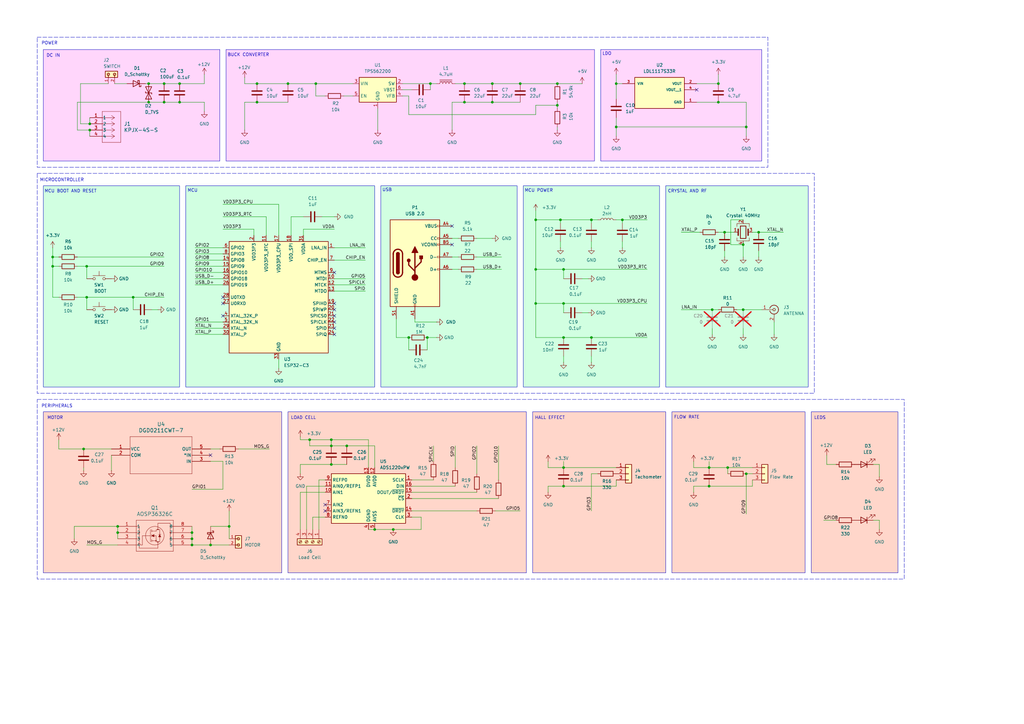
<source format=kicad_sch>
(kicad_sch (version 20250114) (generator "eeschema") (generator_version "9.0")
  (paper "A3")
  (title_block (title "Dyno Schematic") (date "2025-12-03") (rev "1") (company "Sam Ehlers"))
  (lib_symbols
    (symbol "691137710002:691137710002" (pin_names (offset 1.016))
      (property "Reference" "J" (at -4.88 -0.922 0))
      (property "Value" "691137710002" (at -4.83 -2.58 0))
      (symbol "691137710002_0_0"
        (pin passive line (at -2.54 -5.08 90) (length 2.54) (name "~") (number "1"))
        (pin passive line (at 0 -5.08 90) (length 2.54) (name "~") (number "2"))
      )
    )
    (symbol "AOSP36326C:AOSP36326C" (pin_names (offset 0.254))
      (property "Reference" "Q" (at 15.24 7.62 0))
      (property "Value" "AOSP36326C" (at 15.24 5.08 0))
      (symbol "AOSP36326C_0_1"
        (pin unspecified line (at 0 0 0) (length 7.62) (name "1") (number "1"))
        (pin unspecified line (at 0 -2.54 0) (length 7.62) (name "2") (number "2"))
        (pin unspecified line (at 0 -5.08 0) (length 7.62) (name "3") (number "3"))
        (pin unspecified line (at 0 -7.62 0) (length 7.62) (name "4") (number "4"))
        (pin unspecified line (at 30.48 0 180) (length 7.62) (name "8") (number "8"))
        (pin unspecified line (at 30.48 -2.54 180) (length 7.62) (name "7") (number "7"))
        (pin unspecified line (at 30.48 -5.08 180) (length 7.62) (name "6") (number "6"))
        (pin unspecified line (at 30.48 -7.62 180) (length 7.62) (name "5") (number "5"))
      )
    )
    (symbol "Analog_ADC:ADS1220xPW"
      (property "Reference" "U" (at -15.24 11.43 0))
      (property "Value" "ADS1220xPW" (at 6.35 11.43 0))
      (symbol "ADS1220xPW_1_1"
        (pin input line (at -17.78 7.62 0) (length 2.54) (name "REFP0") (number "9"))
        (pin input line (at -17.78 5.08 0) (length 2.54) (name "AIN0/REFP1") (number "11"))
        (pin input line (at -17.78 2.54 0) (length 2.54) (name "AIN1") (number "10"))
        (pin input line (at -17.78 -2.54 0) (length 2.54) (name "AIN2") (number "7"))
        (pin input line (at -17.78 -5.08 0) (length 2.54) (name "AIN3/REFN1") (number "6"))
        (pin input line (at -17.78 -7.62 0) (length 2.54) (name "REFN0") (number "8"))
        (pin power_in line (at 0 12.7 270) (length 2.54) (name "DVDD") (number "13"))
        (pin power_in line (at 0 -12.7 90) (length 2.54) (name "DGND") (number "4"))
        (pin power_in line (at 2.54 12.7 270) (length 2.54) (name "AVDD") (number "12"))
        (pin power_in line (at 2.54 -12.7 90) (length 2.54) (name "AVSS") (number "5"))
        (pin input line (at 17.78 7.62 180) (length 2.54) (name "SCLK") (number "1"))
        (pin input line (at 17.78 5.08 180) (length 2.54) (name "DIN") (number "16"))
        (pin output line (at 17.78 2.54 180) (length 2.54) (name "DOUT/~{DRDY}") (number "15"))
        (pin input line (at 17.78 0 180) (length 2.54) (name "~{CS}") (number "2"))
        (pin output line (at 17.78 -5.08 180) (length 2.54) (name "~{DRDY}") (number "14"))
        (pin input line (at 17.78 -7.62 180) (length 2.54) (name "CLK") (number "3"))
      )
    )
    (symbol "Connector:Conn_Coaxial" (pin_names (offset 1.016) (hide yes))
      (property "Reference" "J" (at 0.254 3.048 0))
      (property "Value" "Conn_Coaxial" (at 2.921 0 90))
      (symbol "Conn_Coaxial_1_1"
        (pin passive line (at -5.08 0 0) (length 2.54) (name "In") (number "1"))
        (pin passive line (at 0 -5.08 90) (length 2.54) (name "Ext") (number "2"))
      )
    )
    (symbol "Connector:Screw_Terminal_01x04" (pin_names (offset 1.016) (hide yes))
      (property "Reference" "J" (at 0 5.08 0))
      (property "Value" "Screw_Terminal_01x04" (at 0 -7.62 0))
      (symbol "Screw_Terminal_01x04_1_1"
        (pin passive line (at -5.08 2.54 0) (length 3.81) (name "Pin_1") (number "1"))
        (pin passive line (at -5.08 0 0) (length 3.81) (name "Pin_2") (number "2"))
        (pin passive line (at -5.08 -2.54 0) (length 3.81) (name "Pin_3") (number "3"))
        (pin passive line (at -5.08 -5.08 0) (length 3.81) (name "Pin_4") (number "4"))
      )
    )
    (symbol "Connector:USB_C_Plug_USB2.0" (pin_names (offset 1.016))
      (property "Reference" "P" (at -10.16 19.05 0))
      (property "Value" "USB_C_Plug_USB2.0" (at 12.7 19.05 0))
      (symbol "USB_C_Plug_USB2.0_1_1"
        (pin passive line (at -7.62 -22.86 90) (length 5.08) (name "SHIELD") (number "S1"))
        (pin passive line (at 0 -22.86 90) (length 5.08) (name "GND") (number "A1"))
        (pin passive line (at 0 -22.86 90) (length 5.08) (hide yes) (name "GND") (number "A12"))
        (pin passive line (at 0 -22.86 90) (length 5.08) (hide yes) (name "GND") (number "B1"))
        (pin passive line (at 0 -22.86 90) (length 5.08) (hide yes) (name "GND") (number "B12"))
        (pin passive line (at 15.24 15.24 180) (length 5.08) (name "VBUS") (number "A4"))
        (pin passive line (at 15.24 15.24 180) (length 5.08) (hide yes) (name "VBUS") (number "A9"))
        (pin passive line (at 15.24 15.24 180) (length 5.08) (hide yes) (name "VBUS") (number "B4"))
        (pin passive line (at 15.24 15.24 180) (length 5.08) (hide yes) (name "VBUS") (number "B9"))
        (pin bidirectional line (at 15.24 10.16 180) (length 5.08) (name "CC") (number "A5"))
        (pin bidirectional line (at 15.24 7.62 180) (length 5.08) (name "VCONN") (number "B5"))
        (pin bidirectional line (at 15.24 2.54 180) (length 5.08) (name "D-") (number "A7"))
        (pin bidirectional line (at 15.24 -2.54 180) (length 5.08) (name "D+") (number "A6"))
      )
    )
    (symbol "Connector_Generic:Conn_01x03" (pin_names (offset 1.016) (hide yes))
      (property "Reference" "J" (at 0 5.08 0))
      (property "Value" "Conn_01x03" (at 0 -5.08 0))
      (symbol "Conn_01x03_1_1"
        (pin passive line (at -5.08 2.54 0) (length 3.81) (name "Pin_1") (number "1"))
        (pin passive line (at -5.08 0 0) (length 3.81) (name "Pin_2") (number "2"))
        (pin passive line (at -5.08 -2.54 0) (length 3.81) (name "Pin_3") (number "3"))
      )
    )
    (symbol "DGD0211CWT-7:DGD0211CWT-7" (pin_names (offset 0.254))
      (property "Reference" "U" (at 20.32 10.16 0))
      (property "Value" "DGD0211CWT-7" (at 20.32 7.62 0))
      (symbol "DGD0211CWT-7_0_1"
        (pin power_in line (at 0 0 0) (length 7.62) (name "VCC") (number "1"))
        (pin unspecified line (at 0 -2.54 0) (length 7.62) (name "COM") (number "2"))
        (pin output line (at 40.64 0 180) (length 7.62) (name "OUT") (number "5"))
        (pin unspecified line (at 40.64 -2.54 180) (length 7.62) (name "*IN") (number "4"))
        (pin input line (at 40.64 -5.08 180) (length 7.62) (name "IN") (number "3"))
      )
    )
    (symbol "Device:C" (pin_numbers (hide yes)) (pin_names (offset 0.254))
      (property "Reference" "C" (at 0.635 2.54 0))
      (property "Value" "C" (at 0.635 -2.54 0))
      (symbol "C_1_1"
        (pin passive line (at 0 3.81 270) (length 2.794) (name "~") (number "1"))
        (pin passive line (at 0 -3.81 90) (length 2.794) (name "~") (number "2"))
      )
    )
    (symbol "Device:Crystal_GND24" (pin_names (offset 1.016) (hide yes))
      (property "Reference" "Y" (at 3.175 5.08 0))
      (property "Value" "Crystal_GND24" (at 3.175 3.175 0))
      (symbol "Crystal_GND24_1_1"
        (pin passive line (at -3.81 0 0) (length 1.27) (name "1") (number "1"))
        (pin passive line (at 0 5.08 270) (length 1.27) (name "2") (number "2"))
        (pin passive line (at 0 -5.08 90) (length 1.27) (name "4") (number "4"))
        (pin passive line (at 3.81 0 180) (length 1.27) (name "3") (number "3"))
      )
    )
    (symbol "Device:D_Schottky" (pin_numbers (hide yes)) (pin_names (offset 1.016) (hide yes))
      (property "Reference" "D" (at 0 2.54 0))
      (property "Value" "D_Schottky" (at 0 -2.54 0))
      (symbol "D_Schottky_1_1"
        (pin passive line (at -3.81 0 0) (length 2.54) (name "K") (number "1"))
        (pin passive line (at 3.81 0 180) (length 2.54) (name "A") (number "2"))
      )
    )
    (symbol "Device:D_TVS" (pin_numbers (hide yes)) (pin_names (offset 1.016) (hide yes))
      (property "Reference" "D" (at 0 2.54 0))
      (property "Value" "D_TVS" (at 0 -2.54 0))
      (symbol "D_TVS_1_1"
        (pin passive line (at -3.81 0 0) (length 2.54) (name "A1") (number "1"))
        (pin passive line (at 3.81 0 180) (length 2.54) (name "A2") (number "2"))
      )
    )
    (symbol "Device:L" (pin_numbers (hide yes)) (pin_names (offset 1.016) (hide yes))
      (property "Reference" "L" (at -1.27 0 90))
      (property "Value" "L" (at 1.905 0 90))
      (symbol "L_1_1"
        (pin passive line (at 0 3.81 270) (length 1.27) (name "1") (number "1"))
        (pin passive line (at 0 -3.81 90) (length 1.27) (name "2") (number "2"))
      )
    )
    (symbol "Device:LED" (pin_numbers (hide yes)) (pin_names (offset 1.016) (hide yes))
      (property "Reference" "D" (at 0 2.54 0))
      (property "Value" "LED" (at 0 -2.54 0))
      (symbol "LED_1_1"
        (pin passive line (at -3.81 0 0) (length 2.54) (name "K") (number "1"))
        (pin passive line (at 3.81 0 180) (length 2.54) (name "A") (number "2"))
      )
    )
    (symbol "Device:L_Iron" (pin_numbers (hide yes)) (pin_names (offset 1.016) (hide yes))
      (property "Reference" "L" (at -1.27 0 90))
      (property "Value" "L_Iron" (at 2.794 0 90))
      (symbol "L_Iron_1_1"
        (pin passive line (at 0 3.81 270) (length 1.27) (name "1") (number "1"))
        (pin passive line (at 0 -3.81 90) (length 1.27) (name "2") (number "2"))
      )
    )
    (symbol "Device:R" (pin_numbers (hide yes)) (pin_names (offset 0))
      (property "Reference" "R" (at 2.032 0 90))
      (property "Value" "R" (at 0 0 90))
      (symbol "R_1_1"
        (pin passive line (at 0 3.81 270) (length 1.27) (name "~") (number "1"))
        (pin passive line (at 0 -3.81 90) (length 1.27) (name "~") (number "2"))
      )
    )
    (symbol "KPJX_4S_S:KPJX-4S-S" (pin_names (offset 0.254))
      (property "Reference" "J" (at 8.89 6.35 0))
      (property "Value" "KPJX-4S-S" (at 0 0 0))
      (symbol "KPJX-4S-S_1_1"
        (pin unspecified line (at 0 0 0) (length 5.08) (name "1") (number "1"))
        (pin unspecified line (at 0 -2.54 0) (length 5.08) (name "2") (number "2"))
        (pin unspecified line (at 0 -5.08 0) (length 5.08) (name "3") (number "3"))
        (pin unspecified line (at 0 -7.62 0) (length 5.08) (name "4") (number "4"))
      )
      (symbol "KPJX-4S-S_1_2"
        (pin unspecified line (at 0 0 0) (length 5.08) (name "1") (number "1"))
        (pin unspecified line (at 0 -2.54 0) (length 5.08) (name "2") (number "2"))
        (pin unspecified line (at 0 -5.08 0) (length 5.08) (name "3") (number "3"))
        (pin unspecified line (at 0 -7.62 0) (length 5.08) (name "4") (number "4"))
      )
    )
    (symbol "LDL1117S33R:LDL1117S33R" (pin_names (offset 1.016))
      (property "Reference" "U" (at -10.16 7.62 0))
      (property "Value" "LDL1117S33R" (at -10.16 -12.7 0))
      (symbol "LDL1117S33R_0_0"
        (pin input line (at -15.24 2.54 0) (length 5.08) (name "VIN") (number "3"))
        (pin output line (at 15.24 2.54 180) (length 5.08) (name "VOUT") (number "2"))
        (pin output line (at 15.24 0 180) (length 5.08) (name "VOUT__1") (number "4"))
        (pin power_in line (at 15.24 -5.08 180) (length 5.08) (name "GND") (number "1"))
      )
    )
    (symbol "MCU_Espressif:ESP32-C3"
      (property "Reference" "U" (at -17.272 23.876 0))
      (property "Value" "ESP32-C3" (at 16.256 23.876 0))
      (symbol "ESP32-C3_1_1"
        (pin bidirectional line (at -22.86 20.32 0) (length 2.54) (name "GPIO2") (number "6"))
        (pin bidirectional line (at -22.86 17.78 0) (length 2.54) (name "GPIO3") (number "8"))
        (pin bidirectional line (at -22.86 15.24 0) (length 2.54) (name "GPIO8") (number "14"))
        (pin bidirectional line (at -22.86 12.7 0) (length 2.54) (name "GPIO9") (number "15"))
        (pin bidirectional line (at -22.86 10.16 0) (length 2.54) (name "GPIO10") (number "16"))
        (pin bidirectional line (at -22.86 7.62 0) (length 2.54) (name "GPIO18") (number "25"))
        (pin bidirectional line (at -22.86 5.08 0) (length 2.54) (name "GPIO19") (number "26"))
        (pin bidirectional line (at -22.86 0 0) (length 2.54) (name "U0TXD") (number "28"))
        (pin bidirectional line (at -22.86 -2.54 0) (length 2.54) (name "U0RXD") (number "27"))
        (pin bidirectional line (at -22.86 -7.62 0) (length 2.54) (name "XTAL_32K_P") (number "4"))
        (pin bidirectional line (at -22.86 -10.16 0) (length 2.54) (name "XTAL_32K_N") (number "5"))
        (pin bidirectional line (at -22.86 -12.7 0) (length 2.54) (name "XTAL_N") (number "29"))
        (pin bidirectional line (at -22.86 -15.24 0) (length 2.54) (name "XTAL_P") (number "30"))
        (pin power_in line (at -10.16 25.4 270) (length 2.54) (name "VDD3P3") (number "2"))
        (pin passive line (at -10.16 25.4 270) (length 2.54) (hide yes) (name "VDD3P3") (number "3"))
        (pin power_in line (at -5.08 25.4 270) (length 2.54) (name "VDD3P3_RTC") (number "11"))
        (pin power_in line (at 0 25.4 270) (length 2.54) (name "VDD3P3_CPU") (number "17"))
        (pin power_in line (at 0 -25.4 90) (length 2.54) (name "GND") (number "33"))
        (pin power_out line (at 5.08 25.4 270) (length 2.54) (name "VDD_SPI") (number "18"))
        (pin power_in line (at 10.16 25.4 270) (length 2.54) (name "VDDA") (number "31"))
        (pin passive line (at 10.16 25.4 270) (length 2.54) (hide yes) (name "VDDA") (number "32"))
        (pin bidirectional line (at 22.86 20.32 180) (length 2.54) (name "LNA_IN") (number "1"))
        (pin bidirectional line (at 22.86 15.24 180) (length 2.54) (name "CHIP_EN") (number "7"))
        (pin bidirectional line (at 22.86 10.16 180) (length 2.54) (name "MTMS") (number "9"))
        (pin bidirectional line (at 22.86 7.62 180) (length 2.54) (name "MTDI") (number "10"))
        (pin bidirectional line (at 22.86 5.08 180) (length 2.54) (name "MTCK") (number "12"))
        (pin bidirectional line (at 22.86 2.54 180) (length 2.54) (name "MTDO") (number "13"))
        (pin bidirectional line (at 22.86 -2.54 180) (length 2.54) (name "SPIHD") (number "19"))
        (pin bidirectional line (at 22.86 -5.08 180) (length 2.54) (name "SPIWP") (number "20"))
        (pin bidirectional line (at 22.86 -7.62 180) (length 2.54) (name "SPICS0") (number "21"))
        (pin bidirectional line (at 22.86 -10.16 180) (length 2.54) (name "SPICLK") (number "22"))
        (pin bidirectional line (at 22.86 -12.7 180) (length 2.54) (name "SPID") (number "23"))
        (pin bidirectional line (at 22.86 -15.24 180) (length 2.54) (name "SPIQ") (number "24"))
      )
    )
    (symbol "Regulator_Switching:TPS562200"
      (property "Reference" "U" (at -7.62 6.35 0))
      (property "Value" "TPS562200" (at -2.54 6.35 0))
      (symbol "TPS562200_1_1"
        (pin power_in line (at -10.16 2.54 0) (length 2.54) (name "VIN") (number "3"))
        (pin input line (at -10.16 -2.54 0) (length 2.54) (name "EN") (number "5"))
        (pin power_in line (at 0 -7.62 90) (length 2.54) (name "GND") (number "1"))
        (pin output line (at 10.16 2.54 180) (length 2.54) (name "SW") (number "2"))
        (pin passive line (at 10.16 0 180) (length 2.54) (name "VBST") (number "6"))
        (pin input line (at 10.16 -2.54 180) (length 2.54) (name "VFB") (number "4"))
      )
    )
    (symbol "Switch:SW_Push" (pin_numbers (hide yes)) (pin_names (offset 1.016) (hide yes))
      (property "Reference" "SW" (at 1.27 2.54 0))
      (property "Value" "SW_Push" (at 0 -1.524 0))
      (symbol "SW_Push_0_1"
        (pin passive line (at -5.08 0 0) (length 2.54) (name "1") (number "1"))
        (pin passive line (at 5.08 0 180) (length 2.54) (name "2") (number "2"))
      )
    )
    (symbol "power:+12V" (power) (pin_numbers (hide yes)) (pin_names (offset 0) (hide yes))
      (property "Value" "+12V" (at 0 3.556 0))
      (symbol "+12V_1_1"
        (pin power_in line (at 0 0 90) (length 0) (name "~") (number "1"))
      )
    )
    (symbol "power:+3.3V" (power) (pin_numbers (hide yes)) (pin_names (offset 0) (hide yes))
      (property "Value" "+3.3V" (at 0 3.556 0))
      (symbol "+3.3V_1_1"
        (pin power_in line (at 0 0 90) (length 0) (name "~") (number "1"))
      )
    )
    (symbol "power:+5V" (power) (pin_numbers (hide yes)) (pin_names (offset 0) (hide yes))
      (property "Value" "+5V" (at 0 3.556 0))
      (symbol "+5V_1_1"
        (pin power_in line (at 0 0 90) (length 0) (name "~") (number "1"))
      )
    )
    (symbol "power:GND" (power) (pin_numbers (hide yes)) (pin_names (offset 0) (hide yes))
      (property "Value" "GND" (at 0 -3.81 0))
      (symbol "GND_1_1"
        (pin power_in line (at 0 0 270) (length 0) (name "~") (number "1"))
      )
    )
  )
  (rectangle (start 118.11 168.91) (end 215.9 234.95) (fill (type color) (color 255 119 81 0.3019607843)))
  (rectangle (start 17.78 20.32) (end 90.17 66.04) (fill (type color) (color 255 121 243 0.3019607843)))
  (rectangle (start 17.78 168.91) (end 115.57 234.95) (fill (type color) (color 255 119 81 0.3019607843)))
  (rectangle (start 92.71 20.32) (end 243.84 66.04) (fill (type color) (color 255 121 243 0.3019607843)))
  (rectangle (start 15.24 71.12) (end 334.01 161.29) (stroke (width 0) (type dash)))
  (rectangle (start 214.63 76.2) (end 270.51 158.75) (fill (type color) (color 103 255 156 0.3019607843)))
  (rectangle (start 273.05 76.2) (end 331.47 158.75) (fill (type color) (color 103 255 156 0.3019607843)))
  (rectangle (start 156.21 76.2) (end 212.09 158.75) (fill (type color) (color 103 255 156 0.3019607843)))
  (rectangle (start 76.2 76.2) (end 153.67 158.75) (fill (type color) (color 103 255 156 0.3019607843)))
  (rectangle (start 17.78 76.2) (end 73.66 158.75) (fill (type color) (color 103 255 156 0.3019607843)))
  (rectangle (start 15.24 15.24) (end 314.96 68.58) (stroke (width 0) (type dash)))
  (rectangle (start 15.24 163.83) (end 370.84 237.49) (stroke (width 0) (type dash)))
  (rectangle (start 218.44 168.91) (end 273.05 234.95) (fill (type color) (color 255 119 81 0.3019607843)))
  (rectangle (start 275.59 168.91) (end 330.2 234.95) (fill (type color) (color 255 119 81 0.3019607843)))
  (rectangle (start 246.38 20.32) (end 312.42 66.04) (fill (type color) (color 255 121 243 0.3)))
  (rectangle (start 332.74 168.91) (end 368.3 234.95) (fill (type color) (color 255 119 81 0.3019607843)))
  (text "MICROCONTROLLER" (at 25.4 73.914 0) (effects (font (size 1.27 1.27))))
  (text "LEDS" (at 336.296 171.45 0) (effects (font (size 1.27 1.27))))
  (text "MOTOR" (at 22.606 171.45 0) (effects (font (size 1.27 1.27))))
  (text "USB" (at 158.75 77.978 0) (effects (font (size 1.27 1.27))))
  (text "FLOW RATE" (at 281.686 171.196 0) (effects (font (size 1.27 1.27))))
  (text "HALL EFFECT\n" (at 225.552 171.45 0) (effects (font (size 1.27 1.27))))
  (text "DC IN" (at 21.844 22.86 0) (effects (font (size 1.27 1.27))))
  (text "BUCK CONVERTER" (at 101.854 22.606 0) (effects (font (size 1.27 1.27))))
  (text "CRYSTAL AND RF" (at 281.94 78.486 0) (effects (font (size 1.27 1.27))))
  (text "LDO" (at 248.92 22.098 0) (effects (font (size 1.27 1.27))))
  (text "PERIPHERALS" (at 23.368 166.624 0) (effects (font (size 1.27 1.27))))
  (text "MCU POWER" (at 220.98 78.232 0) (effects (font (size 1.27 1.27))))
  (text "MCU" (at 78.994 78.232 0) (effects (font (size 1.27 1.27))))
  (text "LOAD CELL" (at 124.46 171.45 0) (effects (font (size 1.27 1.27))))
  (text "MCU BOOT AND RESET" (at 28.956 78.486 0) (effects (font (size 1.27 1.27))))
  (text "POWER" (at 20.32 17.78 0) (effects (font (size 1.27 1.27))))
  (junction (at 290.83 191.77))
  (junction (at 242.57 90.17))
  (junction (at 231.14 138.43))
  (junction (at 34.29 184.15))
  (junction (at 129.54 34.29))
  (junction (at 60.96 41.91))
  (junction (at 228.6 43.18))
  (junction (at 201.93 41.91))
  (junction (at 213.36 34.29))
  (junction (at 252.73 52.07))
  (junction (at 242.57 138.43))
  (junction (at 135.89 182.88))
  (junction (at 252.73 34.29))
  (junction (at 48.26 215.9))
  (junction (at 36.83 50.8))
  (junction (at 231.14 110.49))
  (junction (at 161.29 217.17))
  (junction (at 73.66 34.29))
  (junction (at 21.59 109.22))
  (junction (at 78.74 220.98))
  (junction (at 294.64 41.91))
  (junction (at 142.24 182.88))
  (junction (at 231.14 199.39))
  (junction (at 67.31 41.91))
  (junction (at 306.07 52.07))
  (junction (at 298.45 191.77))
  (junction (at 105.41 34.29))
  (junction (at 229.87 90.17))
  (junction (at 176.53 34.29))
  (junction (at 167.64 138.43))
  (junction (at 35.56 109.22))
  (junction (at 86.36 223.52))
  (junction (at 304.8 127))
  (junction (at 304.8 100.33))
  (junction (at 153.67 217.17))
  (junction (at 135.89 180.34))
  (junction (at 306.07 194.31))
  (junction (at 35.56 121.92))
  (junction (at 231.14 191.77))
  (junction (at 311.15 95.25))
  (junction (at 93.98 215.9))
  (junction (at 60.96 34.29))
  (junction (at 48.26 218.44))
  (junction (at 290.83 199.39))
  (junction (at 78.74 218.44))
  (junction (at 73.66 41.91))
  (junction (at 231.14 124.46))
  (junction (at 36.83 53.34))
  (junction (at 21.59 105.41))
  (junction (at 201.93 34.29))
  (junction (at 297.18 95.25))
  (junction (at 54.61 121.92))
  (junction (at 175.26 138.43))
  (junction (at 105.41 41.91))
  (junction (at 228.6 34.29))
  (junction (at 255.27 90.17))
  (junction (at 219.71 110.49))
  (junction (at 67.31 34.29))
  (junction (at 127 180.34))
  (junction (at 135.89 190.5))
  (junction (at 118.11 34.29))
  (junction (at 78.74 223.52))
  (junction (at 190.5 34.29))
  (junction (at 219.71 124.46))
  (junction (at 219.71 90.17))
  (junction (at 190.5 41.91))
  (junction (at 294.64 34.29))
  (junction (at 292.1 127))
  (no_connect (at 86.36 186.69))
  (no_connect (at 285.75 36.83))
  (no_connect (at 137.16 134.62))
  (no_connect (at 137.16 132.08))
  (no_connect (at 137.16 137.16))
  (no_connect (at 91.44 129.54))
  (no_connect (at 91.44 124.46))
  (no_connect (at 137.16 124.46))
  (no_connect (at 185.42 100.33))
  (no_connect (at 185.42 92.71))
  (no_connect (at 137.16 129.54))
  (no_connect (at 91.44 121.92))
  (no_connect (at 133.35 207.01))
  (no_connect (at 137.16 127))
  (no_connect (at 133.35 209.55))
  (no_connect (at 137.16 111.76))
  (wire (pts (xy 185.42 41.91) (xy 185.42 53.34)))
  (wire (pts (xy 109.22 88.9) (xy 91.44 88.9)))
  (wire (pts (xy 304.8 134.62) (xy 304.8 137.16)))
  (wire (pts (xy 31.75 53.34) (xy 36.83 53.34)))
  (wire (pts (xy 123.19 179.07) (xy 123.19 180.34)))
  (wire (pts (xy 229.87 90.17) (xy 229.87 91.44)))
  (wire (pts (xy 311.15 95.25) (xy 321.31 95.25)))
  (wire (pts (xy 176.53 34.29) (xy 176.53 36.83)))
  (wire (pts (xy 105.41 41.91) (xy 118.11 41.91)))
  (wire (pts (xy 358.14 213.36) (xy 360.68 213.36)))
  (wire (pts (xy 167.64 138.43) (xy 162.56 138.43)))
  (wire (pts (xy 229.87 99.06) (xy 229.87 101.6)))
  (wire (pts (xy 137.16 114.3) (xy 149.86 114.3)))
  (wire (pts (xy 358.14 190.5) (xy 360.68 190.5)))
  (wire (pts (xy 35.56 109.22) (xy 67.31 109.22)))
  (wire (pts (xy 24.13 184.15) (xy 24.13 180.34)))
  (wire (pts (xy 203.2 209.55) (xy 213.36 209.55)))
  (wire (pts (xy 100.33 41.91) (xy 100.33 53.34)))
  (wire (pts (xy 242.57 194.31) (xy 242.57 209.55)))
  (wire (pts (xy 62.23 127) (xy 64.77 127)))
  (wire (pts (xy 78.74 220.98) (xy 78.74 223.52)))
  (wire (pts (xy 161.29 217.17) (xy 172.72 217.17)))
  (wire (pts (xy 304.8 127) (xy 312.42 127)))
  (wire (pts (xy 114.3 96.52) (xy 114.3 83.82)))
  (wire (pts (xy 304.8 105.41) (xy 304.8 100.33)))
  (wire (pts (xy 135.89 182.88) (xy 142.24 182.88)))
  (wire (pts (xy 135.89 190.5) (xy 123.19 190.5)))
  (wire (pts (xy 219.71 90.17) (xy 229.87 90.17)))
  (wire (pts (xy 59.69 34.29) (xy 60.96 34.29)))
  (wire (pts (xy 252.73 52.07) (xy 306.07 52.07)))
  (wire (pts (xy 185.42 105.41) (xy 187.96 105.41)))
  (wire (pts (xy 175.26 143.51) (xy 175.26 138.43)))
  (wire (pts (xy 284.48 191.77) (xy 290.83 191.77)))
  (wire (pts (xy 168.91 201.93) (xy 195.58 201.93)))
  (wire (pts (xy 176.53 34.29) (xy 179.07 34.29)))
  (wire (pts (xy 168.91 212.09) (xy 172.72 212.09)))
  (wire (pts (xy 60.96 34.29) (xy 67.31 34.29)))
  (wire (pts (xy 162.56 138.43) (xy 162.56 130.81)))
  (wire (pts (xy 127 180.34) (xy 127 182.88)))
  (wire (pts (xy 133.35 199.39) (xy 125.73 199.39)))
  (wire (pts (xy 299.72 90.17) (xy 299.72 100.33)))
  (wire (pts (xy 80.01 114.3) (xy 91.44 114.3)))
  (wire (pts (xy 165.1 34.29) (xy 176.53 34.29)))
  (wire (pts (xy 86.36 223.52) (xy 93.98 223.52)))
  (wire (pts (xy 255.27 34.29) (xy 252.73 34.29)))
  (wire (pts (xy 306.07 194.31) (xy 306.07 210.82)))
  (wire (pts (xy 285.75 34.29) (xy 294.64 34.29)))
  (wire (pts (xy 30.48 215.9) (xy 48.26 215.9)))
  (wire (pts (xy 24.13 105.41) (xy 21.59 105.41)))
  (wire (pts (xy 170.18 132.08) (xy 170.18 130.81)))
  (wire (pts (xy 299.72 100.33) (xy 304.8 100.33)))
  (wire (pts (xy 93.98 209.55) (xy 93.98 215.9)))
  (wire (pts (xy 290.83 191.77) (xy 298.45 191.77)))
  (wire (pts (xy 35.56 109.22) (xy 35.56 114.3)))
  (wire (pts (xy 252.73 196.85) (xy 252.73 199.39)))
  (wire (pts (xy 135.89 180.34) (xy 135.89 182.88)))
  (wire (pts (xy 306.07 52.07) (xy 306.07 41.91)))
  (wire (pts (xy 133.35 39.37) (xy 129.54 39.37)))
  (wire (pts (xy 185.42 97.79) (xy 187.96 97.79)))
  (wire (pts (xy 231.14 138.43) (xy 242.57 138.43)))
  (wire (pts (xy 294.64 30.48) (xy 294.64 34.29)))
  (wire (pts (xy 91.44 93.98) (xy 104.14 93.98)))
  (wire (pts (xy 67.31 41.91) (xy 73.66 41.91)))
  (wire (pts (xy 242.57 90.17) (xy 229.87 90.17)))
  (wire (pts (xy 168.91 209.55) (xy 195.58 209.55)))
  (wire (pts (xy 238.76 114.3) (xy 241.3 114.3)))
  (wire (pts (xy 292.1 127) (xy 294.64 127)))
  (wire (pts (xy 21.59 101.6) (xy 21.59 105.41)))
  (wire (pts (xy 204.47 182.88) (xy 204.47 196.85)))
  (wire (pts (xy 127 182.88) (xy 135.89 182.88)))
  (wire (pts (xy 93.98 215.9) (xy 93.98 220.98)))
  (wire (pts (xy 342.9 190.5) (xy 339.09 190.5)))
  (wire (pts (xy 133.35 196.85) (xy 130.81 196.85)))
  (wire (pts (xy 265.43 110.49) (xy 231.14 110.49)))
  (wire (pts (xy 31.75 121.92) (xy 35.56 121.92)))
  (wire (pts (xy 306.07 194.31) (xy 308.61 194.31)))
  (wire (pts (xy 34.29 184.15) (xy 45.72 184.15)))
  (wire (pts (xy 123.19 190.5) (xy 123.19 194.31)))
  (wire (pts (xy 255.27 99.06) (xy 255.27 101.6)))
  (wire (pts (xy 33.02 34.29) (xy 44.45 34.29)))
  (wire (pts (xy 179.07 132.08) (xy 170.18 132.08)))
  (wire (pts (xy 31.75 41.91) (xy 31.75 53.34)))
  (wire (pts (xy 21.59 105.41) (xy 21.59 109.22)))
  (wire (pts (xy 100.33 31.75) (xy 100.33 34.29)))
  (wire (pts (xy 78.74 200.66) (xy 91.44 200.66)))
  (wire (pts (xy 294.64 95.25) (xy 297.18 95.25)))
  (wire (pts (xy 140.97 39.37) (xy 144.78 39.37)))
  (wire (pts (xy 80.01 111.76) (xy 91.44 111.76)))
  (wire (pts (xy 86.36 215.9) (xy 93.98 215.9)))
  (wire (pts (xy 228.6 34.29) (xy 238.76 34.29)))
  (wire (pts (xy 190.5 34.29) (xy 201.93 34.29)))
  (wire (pts (xy 127 180.34) (xy 135.89 180.34)))
  (wire (pts (xy 186.69 182.88) (xy 186.69 191.77)))
  (wire (pts (xy 142.24 190.5) (xy 135.89 190.5)))
  (wire (pts (xy 224.79 191.77) (xy 231.14 191.77)))
  (wire (pts (xy 279.4 127) (xy 292.1 127)))
  (wire (pts (xy 124.46 93.98) (xy 137.16 93.98)))
  (wire (pts (xy 80.01 106.68) (xy 91.44 106.68)))
  (wire (pts (xy 219.71 110.49) (xy 219.71 124.46)))
  (wire (pts (xy 60.96 41.91) (xy 67.31 41.91)))
  (wire (pts (xy 80.01 132.08) (xy 91.44 132.08)))
  (wire (pts (xy 252.73 52.07) (xy 252.73 55.88)))
  (wire (pts (xy 137.16 116.84) (xy 149.86 116.84)))
  (wire (pts (xy 35.56 223.52) (xy 48.26 223.52)))
  (wire (pts (xy 290.83 191.77) (xy 290.83 189.23)))
  (wire (pts (xy 224.79 189.23) (xy 224.79 191.77)))
  (wire (pts (xy 167.64 143.51) (xy 167.64 138.43)))
  (wire (pts (xy 317.5 132.08) (xy 317.5 137.16)))
  (wire (pts (xy 186.69 34.29) (xy 190.5 34.29)))
  (wire (pts (xy 252.73 30.48) (xy 252.73 34.29)))
  (wire (pts (xy 105.41 34.29) (xy 118.11 34.29)))
  (wire (pts (xy 78.74 215.9) (xy 78.74 218.44)))
  (wire (pts (xy 128.27 212.09) (xy 128.27 217.17)))
  (wire (pts (xy 242.57 99.06) (xy 242.57 101.6)))
  (wire (pts (xy 30.48 215.9) (xy 30.48 220.98)))
  (wire (pts (xy 165.1 36.83) (xy 168.91 36.83)))
  (wire (pts (xy 231.14 191.77) (xy 252.73 191.77)))
  (wire (pts (xy 302.26 127) (xy 304.8 127)))
  (wire (pts (xy 153.67 217.17) (xy 161.29 217.17)))
  (wire (pts (xy 265.43 138.43) (xy 242.57 138.43)))
  (wire (pts (xy 45.72 186.69) (xy 45.72 193.04)))
  (wire (pts (xy 104.14 96.52) (xy 104.14 93.98)))
  (wire (pts (xy 125.73 199.39) (xy 125.73 217.17)))
  (wire (pts (xy 80.01 134.62) (xy 91.44 134.62)))
  (wire (pts (xy 133.35 201.93) (xy 123.19 201.93)))
  (wire (pts (xy 86.36 189.23) (xy 91.44 189.23)))
  (wire (pts (xy 255.27 91.44) (xy 255.27 90.17)))
  (wire (pts (xy 290.83 199.39) (xy 284.48 199.39)))
  (wire (pts (xy 97.79 184.15) (xy 110.49 184.15)))
  (wire (pts (xy 185.42 110.49) (xy 187.96 110.49)))
  (wire (pts (xy 91.44 83.82) (xy 114.3 83.82)))
  (wire (pts (xy 48.26 215.9) (xy 48.26 218.44)))
  (wire (pts (xy 83.82 34.29) (xy 83.82 30.48)))
  (wire (pts (xy 238.76 128.27) (xy 241.3 128.27)))
  (wire (pts (xy 231.14 199.39) (xy 224.79 199.39)))
  (wire (pts (xy 177.8 182.88) (xy 177.8 189.23)))
  (wire (pts (xy 231.14 128.27) (xy 231.14 124.46)))
  (wire (pts (xy 137.16 101.6) (xy 149.86 101.6)))
  (wire (pts (xy 168.91 196.85) (xy 177.8 196.85)))
  (wire (pts (xy 123.19 201.93) (xy 123.19 217.17)))
  (wire (pts (xy 119.38 88.9) (xy 124.46 88.9)))
  (wire (pts (xy 24.13 184.15) (xy 34.29 184.15)))
  (wire (pts (xy 35.56 121.92) (xy 35.56 127)))
  (wire (pts (xy 245.11 194.31) (xy 242.57 194.31)))
  (wire (pts (xy 255.27 90.17) (xy 252.73 90.17)))
  (wire (pts (xy 80.01 137.16) (xy 91.44 137.16)))
  (wire (pts (xy 80.01 104.14) (xy 91.44 104.14)))
  (wire (pts (xy 67.31 105.41) (xy 31.75 105.41)))
  (wire (pts (xy 129.54 34.29) (xy 144.78 34.29)))
  (wire (pts (xy 123.19 180.34) (xy 127 180.34)))
  (wire (pts (xy 167.64 46.99) (xy 167.64 39.37)))
  (wire (pts (xy 306.07 41.91) (xy 294.64 41.91)))
  (wire (pts (xy 86.36 184.15) (xy 90.17 184.15)))
  (wire (pts (xy 172.72 212.09) (xy 172.72 217.17)))
  (wire (pts (xy 252.73 34.29) (xy 252.73 40.64)))
  (wire (pts (xy 73.66 34.29) (xy 83.82 34.29)))
  (wire (pts (xy 67.31 34.29) (xy 73.66 34.29)))
  (wire (pts (xy 228.6 41.91) (xy 228.6 43.18)))
  (wire (pts (xy 142.24 182.88) (xy 153.67 182.88)))
  (wire (pts (xy 195.58 105.41) (xy 205.74 105.41)))
  (wire (pts (xy 265.43 124.46) (xy 231.14 124.46)))
  (wire (pts (xy 167.64 39.37) (xy 165.1 39.37)))
  (wire (pts (xy 195.58 110.49) (xy 205.74 110.49)))
  (wire (pts (xy 124.46 96.52) (xy 124.46 93.98)))
  (wire (pts (xy 33.02 34.29) (xy 33.02 50.8)))
  (wire (pts (xy 201.93 34.29) (xy 213.36 34.29)))
  (wire (pts (xy 219.71 43.18) (xy 219.71 46.99)))
  (wire (pts (xy 308.61 196.85) (xy 308.61 199.39)))
  (wire (pts (xy 33.02 50.8) (xy 36.83 50.8)))
  (wire (pts (xy 80.01 109.22) (xy 91.44 109.22)))
  (wire (pts (xy 195.58 182.88) (xy 195.58 194.31)))
  (wire (pts (xy 80.01 101.6) (xy 91.44 101.6)))
  (wire (pts (xy 100.33 34.29) (xy 105.41 34.29)))
  (wire (pts (xy 54.61 121.92) (xy 54.61 127)))
  (wire (pts (xy 297.18 102.87) (xy 297.18 105.41)))
  (wire (pts (xy 311.15 102.87) (xy 311.15 105.41)))
  (wire (pts (xy 36.83 48.26) (xy 36.83 50.8)))
  (wire (pts (xy 219.71 86.36) (xy 219.71 90.17)))
  (wire (pts (xy 83.82 41.91) (xy 83.82 45.72)))
  (wire (pts (xy 185.42 41.91) (xy 190.5 41.91)))
  (wire (pts (xy 279.4 95.25) (xy 287.02 95.25)))
  (wire (pts (xy 360.68 190.5) (xy 360.68 195.58)))
  (wire (pts (xy 298.45 191.77) (xy 298.45 194.31)))
  (wire (pts (xy 231.14 146.05) (xy 231.14 148.59)))
  (wire (pts (xy 219.71 46.99) (xy 167.64 46.99)))
  (wire (pts (xy 132.08 88.9) (xy 137.16 88.9)))
  (wire (pts (xy 54.61 121.92) (xy 67.31 121.92)))
  (wire (pts (xy 224.79 199.39) (xy 224.79 201.93)))
  (wire (pts (xy 297.18 95.25) (xy 300.99 95.25)))
  (wire (pts (xy 24.13 121.92) (xy 21.59 121.92)))
  (wire (pts (xy 137.16 106.68) (xy 149.86 106.68)))
  (wire (pts (xy 114.3 147.32) (xy 114.3 151.13)))
  (wire (pts (xy 91.44 189.23) (xy 91.44 200.66)))
  (wire (pts (xy 308.61 95.25) (xy 311.15 95.25)))
  (wire (pts (xy 339.09 190.5) (xy 339.09 186.69)))
  (wire (pts (xy 119.38 96.52) (xy 119.38 88.9)))
  (wire (pts (xy 252.73 48.26) (xy 252.73 52.07)))
  (wire (pts (xy 118.11 34.29) (xy 129.54 34.29)))
  (wire (pts (xy 195.58 97.79) (xy 201.93 97.79)))
  (wire (pts (xy 135.89 180.34) (xy 151.13 180.34)))
  (wire (pts (xy 24.13 109.22) (xy 21.59 109.22)))
  (wire (pts (xy 31.75 41.91) (xy 60.96 41.91)))
  (wire (pts (xy 151.13 217.17) (xy 153.67 217.17)))
  (wire (pts (xy 298.45 191.77) (xy 308.61 191.77)))
  (wire (pts (xy 231.14 124.46) (xy 219.71 124.46)))
  (wire (pts (xy 109.22 96.52) (xy 109.22 88.9)))
  (wire (pts (xy 219.71 124.46) (xy 219.71 138.43)))
  (wire (pts (xy 304.8 90.17) (xy 299.72 90.17)))
  (wire (pts (xy 284.48 199.39) (xy 284.48 201.93)))
  (wire (pts (xy 284.48 189.23) (xy 284.48 191.77)))
  (wire (pts (xy 285.75 41.91) (xy 294.64 41.91)))
  (wire (pts (xy 130.81 196.85) (xy 130.81 217.17)))
  (wire (pts (xy 153.67 191.77) (xy 153.67 182.88)))
  (wire (pts (xy 219.71 90.17) (xy 219.71 110.49)))
  (wire (pts (xy 190.5 41.91) (xy 201.93 41.91)))
  (wire (pts (xy 133.35 212.09) (xy 128.27 212.09)))
  (wire (pts (xy 337.82 213.36) (xy 342.9 213.36)))
  (wire (pts (xy 36.83 53.34) (xy 36.83 55.88)))
  (wire (pts (xy 265.43 90.17) (xy 255.27 90.17)))
  (wire (pts (xy 231.14 191.77) (xy 231.14 189.23)))
  (wire (pts (xy 46.99 34.29) (xy 52.07 34.29)))
  (wire (pts (xy 78.74 223.52) (xy 86.36 223.52)))
  (wire (pts (xy 129.54 39.37) (xy 129.54 34.29)))
  (wire (pts (xy 231.14 199.39) (xy 252.73 199.39)))
  (wire (pts (xy 242.57 90.17) (xy 242.57 91.44)))
  (wire (pts (xy 231.14 114.3) (xy 231.14 110.49)))
  (wire (pts (xy 168.91 199.39) (xy 186.69 199.39)))
  (wire (pts (xy 242.57 90.17) (xy 245.11 90.17)))
  (wire (pts (xy 80.01 116.84) (xy 91.44 116.84)))
  (wire (pts (xy 175.26 138.43) (xy 179.07 138.43)))
  (wire (pts (xy 219.71 138.43) (xy 231.14 138.43)))
  (wire (pts (xy 292.1 134.62) (xy 292.1 137.16)))
  (wire (pts (xy 151.13 191.77) (xy 151.13 180.34)))
  (wire (pts (xy 48.26 218.44) (xy 48.26 220.98)))
  (wire (pts (xy 306.07 52.07) (xy 306.07 55.88)))
  (wire (pts (xy 228.6 52.07) (xy 228.6 53.34)))
  (wire (pts (xy 35.56 109.22) (xy 31.75 109.22)))
  (wire (pts (xy 154.94 44.45) (xy 154.94 53.34)))
  (wire (pts (xy 105.41 41.91) (xy 100.33 41.91)))
  (wire (pts (xy 360.68 213.36) (xy 360.68 217.17)))
  (wire (pts (xy 231.14 110.49) (xy 219.71 110.49)))
  (wire (pts (xy 21.59 109.22) (xy 21.59 121.92)))
  (wire (pts (xy 228.6 43.18) (xy 219.71 43.18)))
  (wire (pts (xy 73.66 41.91) (xy 83.82 41.91)))
  (wire (pts (xy 242.57 146.05) (xy 242.57 148.59)))
  (wire (pts (xy 290.83 199.39) (xy 308.61 199.39)))
  (wire (pts (xy 34.29 191.77) (xy 34.29 193.04)))
  (wire (pts (xy 137.16 119.38) (xy 149.86 119.38)))
  (wire (pts (xy 35.56 121.92) (xy 54.61 121.92)))
  (wire (pts (xy 168.91 204.47) (xy 204.47 204.47)))
  (wire (pts (xy 78.74 218.44) (xy 78.74 220.98)))
  (wire (pts (xy 201.93 41.91) (xy 213.36 41.91)))
  (wire (pts (xy 228.6 43.18) (xy 228.6 44.45)))
  (wire (pts (xy 213.36 34.29) (xy 228.6 34.29)))
  (label "GPIO1" (at 80.01 132.08 0))
  (label "SPID" (at 186.69 182.88 270))
  (label "GPIO10" (at 80.01 111.76 0))
  (label "VDD3P3_RTC" (at 265.43 110.49 180))
  (label "USB_D+" (at 205.74 110.49 180))
  (label "GPIO5" (at 149.86 114.3 180))
  (label "CHIP_EN" (at 149.86 106.68 180))
  (label "GPIO3" (at 80.01 104.14 0))
  (label "VDD3P3" (at 265.43 90.17 180))
  (label "USB_D-" (at 205.74 105.41 180))
  (label "SPICLK" (at 177.8 182.88 270))
  (label "GPIO10" (at 204.47 182.88 270))
  (label "GPIO5" (at 213.36 209.55 180))
  (label "VDDA" (at 265.43 138.43 180))
  (label "VDD3P3_CPU" (at 91.44 83.82 0))
  (label "LNA_IN" (at 279.4 127 0))
  (label "VDD3P3_RTC" (at 91.44 88.9 0))
  (label "USB_D-" (at 80.01 114.3 0))
  (label "VDD3P3" (at 91.44 93.98 0))
  (label "VDDA" (at 137.16 93.98 180))
  (label "GPIO9" (at 67.31 109.22 180))
  (label "USB_D+" (at 80.01 116.84 0))
  (label "GPIO9" (at 80.01 109.22 0))
  (label "XTAL_N" (at 321.31 95.25 180))
  (label "GPIO2" (at 80.01 101.6 0))
  (label "MOS_G" (at 110.49 184.15 180))
  (label "GPIO3" (at 242.57 209.55 90))
  (label "XTAL_P" (at 279.4 95.25 0))
  (label "VDD3P3_CPU" (at 265.43 124.46 180))
  (label "CHIP_EN" (at 67.31 121.92 180))
  (label "MOS_G" (at 35.56 223.52 0))
  (label "LNA_IN" (at 149.86 101.6 180))
  (label "SPICLK" (at 149.86 116.84 180))
  (label "XTAL_N" (at 80.01 134.62 0))
  (label "GPIO1" (at 78.74 200.66 0))
  (label "GPIO8" (at 80.01 106.68 0))
  (label "GPIO9" (at 306.07 210.82 90))
  (label "GPIO8" (at 337.82 213.36 0))
  (label "SPID" (at 149.86 119.38 180))
  (label "XTAL_P" (at 80.01 137.16 0))
  (label "GPIO2" (at 195.58 182.88 270))
  (label "GPIO2" (at 67.31 105.41 180))
  (symbol (lib_id "Device:C") (at 73.66 38.1 0) (unit 1)
    (property "Reference" "C3" (at 72.644 29.21 0) (effects (justify left)))
    (property "Value" "0.1uF" (at 72.644 31.75 0) (effects (justify left)))
    (property "Footprint" "Capacitor_SMD:C_0805_2012Metric" (effects (hide yes)))
    (property "Description" "Unpolarized capacitor" (effects (hide yes)))
  )
  (symbol (lib_id "Device:C") (at 128.27 88.9 90) (unit 1)
    (property "Reference" "C11" (at 128.27 81.28 90))
    (property "Value" "1uF" (at 128.27 83.82 90))
    (property "Footprint" "Capacitor_SMD:C_0805_2012Metric" (effects (hide yes)))
    (property "Description" "Unpolarized capacitor" (effects (hide yes)))
  )
  (symbol (lib_id "Device:R") (at 302.26 194.31 270) (mirror x) (unit 1)
    (property "Reference" "R17" (at 302.006 188.214 90))
    (property "Value" "10k" (at 302.006 190.754 90))
    (property "Footprint" "Resistor_SMD:R_0805_2012Metric" (effects (hide yes)))
    (property "Description" "Resistor" (effects (hide yes)))
  )
  (symbol (lib_id "Device:R") (at 177.8 193.04 0) (mirror y) (unit 1)
    (property "Reference" "R15" (at 173.355 191.897 0))
    (property "Value" "47" (at 173.355 194.437 0))
    (property "Footprint" "Resistor_SMD:R_0805_2012Metric" (effects (hide yes)))
    (property "Description" "Resistor" (effects (hide yes)))
  )
  (symbol (lib_id "Device:R") (at 290.83 95.25 90) (unit 1)
    (property "Reference" "R4" (at 290.83 88.9 90))
    (property "Value" "0" (at 290.83 91.44 90))
    (property "Footprint" "Resistor_SMD:R_0805_2012Metric" (effects (hide yes)))
    (property "Description" "Resistor" (effects (hide yes)))
  )
  (symbol (lib_id "Switch:SW_Push") (at 40.64 114.3 0) (unit 1)
    (property "Reference" "SW1" (at 38.608 116.84 0) (effects (justify left)))
    (property "Value" "BOOT" (at 38.608 119.38 0) (effects (justify left)))
    (property "Footprint" "Button_Switch_THT:SW_TH_Tactile_Omron_B3F-102x" (effects (hide yes)))
    (property "Description" "Push button switch, generic, two pins" (effects (hide yes)))
  )
  (symbol (lib_id "Device:C") (at 242.57 95.25 0) (mirror y) (unit 1)
    (property "Reference" "C13" (at 238.76 93.9799 0) (effects (justify left)))
    (property "Value" "0.1uF" (at 238.76 96.5199 0) (effects (justify left)))
    (property "Footprint" "Capacitor_SMD:C_0805_2012Metric" (effects (hide yes)))
    (property "Description" "Unpolarized capacitor" (effects (hide yes)))
  )
  (symbol (lib_id "power:+12V") (at 24.13 180.34 0) (unit 1)
    (property "Reference" "#PWR037" (effects (hide yes)))
    (property "Value" "+12V" (at 23.876 176.276 0))
    (property "Description" "Power symbol creates a global label with name \"+12V\"" (effects (hide yes)))
  )
  (symbol (lib_id "power:GND") (at 224.79 201.93 0) (unit 1)
    (property "Reference" "#PWR045" (effects (hide yes)))
    (property "Value" "GND" (at 224.79 207.01 0))
    (property "Description" "Power symbol creates a global label with name \"GND\" , ground" (effects (hide yes)))
  )
  (symbol (lib_id "Device:C") (at 255.27 95.25 0) (mirror y) (unit 1)
    (property "Reference" "C14" (at 261.874 94.234 0) (effects (justify left)))
    (property "Value" "1uF" (at 261.874 96.774 0) (effects (justify left)))
    (property "Footprint" "Capacitor_SMD:C_0805_2012Metric" (effects (hide yes)))
    (property "Description" "Unpolarized capacitor" (effects (hide yes)))
  )
  (symbol (lib_id "Device:R") (at 191.77 105.41 90) (unit 1)
    (property "Reference" "R7" (at 191.77 100.33 90))
    (property "Value" "22" (at 191.77 102.87 90))
    (property "Footprint" "Resistor_SMD:R_0805_2012Metric" (effects (hide yes)))
    (property "Description" "Resistor" (effects (hide yes)))
  )
  (symbol (lib_id "power:GND") (at 304.8 137.16 0) (unit 1)
    (property "Reference" "#PWR030" (effects (hide yes)))
    (property "Value" "GND" (at 304.8 142.24 0))
    (property "Description" "Power symbol creates a global label with name \"GND\" , ground" (effects (hide yes)))
  )
  (symbol (lib_id "power:GND") (at 231.14 148.59 0) (mirror y) (unit 1)
    (property "Reference" "#PWR033" (effects (hide yes)))
    (property "Value" "GND" (at 231.14 153.67 0))
    (property "Description" "Power symbol creates a global label with name \"GND\" , ground" (effects (hide yes)))
  )
  (symbol (lib_id "power:GND") (at 137.16 88.9 90) (unit 1)
    (property "Reference" "#PWR014" (effects (hide yes)))
    (property "Value" "GND" (at 140.97 88.8999 90) (effects (justify right)))
    (property "Description" "Power symbol creates a global label with name \"GND\" , ground" (effects (hide yes)))
  )
  (symbol (lib_id "LDL1117S33R:LDL1117S33R") (at 270.51 36.83 0) (unit 1)
    (property "Reference" "U2" (at 270.51 26.67 0))
    (property "Value" "LDL1117S33R" (at 270.51 29.21 0))
    (property "Footprint" "Package_TO_SOT_SMD:SOT-223" (effects (hide yes)))
    (property "PARTREV" "7" (effects (hide yes)))
    (property "MANUFACTURER" "STMicroelectronics" (effects (hide yes)))
    (property "SNAPEDA_PN" "LDL1117S33R" (effects (hide yes)))
    (property "MAXIMUM_PACKAGE_HEIGHT" "1.8 mm" (effects (hide yes)))
    (property "STANDARD" "IPC 7351B" (effects (hide yes)))
  )
  (symbol (lib_id "Device:R") (at 346.71 190.5 270) (mirror x) (unit 1)
    (property "Reference" "R14" (at 346.71 193.548 90))
    (property "Value" "10k" (at 346.71 196.088 90))
    (property "Footprint" "Resistor_SMD:R_0805_2012Metric" (effects (hide yes)))
    (property "Description" "Resistor" (effects (hide yes)))
  )
  (symbol (lib_id "power:GND") (at 185.42 53.34 0) (unit 1)
    (property "Reference" "#PWR09" (effects (hide yes)))
    (property "Value" "GND" (at 185.42 58.42 0))
    (property "Description" "Power symbol creates a global label with name \"GND\" , ground" (effects (hide yes)))
  )
  (symbol (lib_id "Device:C") (at 252.73 44.45 0) (unit 1)
    (property "Reference" "C10" (at 256.54 43.1799 0) (effects (justify left)))
    (property "Value" "1uF" (at 256.54 45.7199 0) (effects (justify left)))
    (property "Footprint" "Capacitor_SMD:C_0805_2012Metric" (effects (hide yes)))
    (property "Description" "Unpolarized capacitor" (effects (hide yes)))
  )
  (symbol (lib_id "Device:C") (at 105.41 38.1 0) (unit 1)
    (property "Reference" "C4" (at 109.22 36.8299 0) (effects (justify left)))
    (property "Value" "10uF" (at 109.22 39.3699 0) (effects (justify left)))
    (property "Footprint" "Capacitor_SMD:C_0805_2012Metric" (effects (hide yes)))
    (property "Description" "Unpolarized capacitor" (effects (hide yes)))
  )
  (symbol (lib_id "power:+12V") (at 93.98 209.55 0) (unit 1)
    (property "Reference" "#PWR047" (effects (hide yes)))
    (property "Value" "+12V" (at 93.726 205.486 0))
    (property "Description" "Power symbol creates a global label with name \"+12V\"" (effects (hide yes)))
  )
  (symbol (lib_id "power:GND") (at 83.82 45.72 0) (unit 1)
    (property "Reference" "#PWR06" (effects (hide yes)))
    (property "Value" "GND" (at 83.82 50.8 0))
    (property "Description" "Power symbol creates a global label with name \"GND\" , ground" (effects (hide yes)))
  )
  (symbol (lib_id "power:GND") (at 179.07 138.43 90) (unit 1)
    (property "Reference" "#PWR032" (effects (hide yes)))
    (property "Value" "GND" (at 184.15 138.43 90))
    (property "Description" "Power symbol creates a global label with name \"GND\" , ground" (effects (hide yes)))
  )
  (symbol (lib_id "Switch:SW_Push") (at 40.64 127 0) (unit 1)
    (property "Reference" "SW2" (at 38.608 129.54 0) (effects (justify left)))
    (property "Value" "RESET" (at 38.608 132.08 0) (effects (justify left)))
    (property "Footprint" "Button_Switch_THT:SW_TH_Tactile_Omron_B3F-102x" (effects (hide yes)))
    (property "Description" "Push button switch, generic, two pins" (effects (hide yes)))
  )
  (symbol (lib_id "Device:R") (at 199.39 209.55 90) (mirror x) (unit 1)
    (property "Reference" "R21" (at 199.39 212.852 90))
    (property "Value" "47" (at 199.39 215.392 90))
    (property "Footprint" "Resistor_SMD:R_0805_2012Metric" (effects (hide yes)))
    (property "Description" "Resistor" (effects (hide yes)))
  )
  (symbol (lib_id "Device:LED") (at 354.33 213.36 180) (unit 1)
    (property "Reference" "D4" (at 355.9175 205.74 0))
    (property "Value" "LED" (at 355.9175 208.28 0))
    (property "Footprint" "LED_THT:LED_D3.0mm" (effects (hide yes)))
    (property "Description" "Light emitting diode" (effects (hide yes)))
    (property "Sim.Pins" "1=K 2=A" (effects (hide yes)))
  )
  (symbol (lib_id "691137710002:691137710002") (at 99.06 223.52 270) (unit 1)
    (property "Reference" "J7" (at 100.33 220.9799 90) (effects (justify left)))
    (property "Value" "MOTOR" (at 100.33 223.5199 90) (effects (justify left)))
    (property "Footprint" "TerminalBlock:TerminalBlock_MaiXu_MX126-5.0-02P_1x02_P5.00mm" (effects (hide yes)))
  )
  (symbol (lib_id "Device:R") (at 248.92 194.31 270) (mirror x) (unit 1)
    (property "Reference" "R16" (at 248.92 197.358 90))
    (property "Value" "330" (at 248.92 199.898 90))
    (property "Footprint" "Resistor_SMD:R_0805_2012Metric" (effects (hide yes)))
    (property "Description" "Resistor" (effects (hide yes)))
  )
  (symbol (lib_id "MCU_Espressif:ESP32-C3") (at 114.3 121.92 0) (unit 1)
    (property "Reference" "U3" (at 116.4433 147.32 0) (effects (justify left)))
    (property "Value" "ESP32-C3" (at 116.4433 149.86 0) (effects (justify left)))
    (property "Footprint" "Package_DFN_QFN:QFN-32-1EP_5x5mm_P0.5mm_EP3.7x3.7mm" (effects (hide yes)))
    (property "Datasheet" "https://www.espressif.com/sites/default/files/documentation/esp32-c3_datasheet_en.pdf" (effects (hide yes)))
    (property "Description" "RF Module, ESP32 SoC, RISC-V, WiFi 802.11b/n/g, Bluetooth LE 5, QFN32" (effects (hide yes)))
  )
  (symbol (lib_id "Device:R") (at 191.77 97.79 90) (unit 1)
    (property "Reference" "R5" (at 191.77 91.44 90))
    (property "Value" "5.1k" (at 191.77 93.98 90))
    (property "Footprint" "Resistor_SMD:R_0805_2012Metric" (effects (hide yes)))
    (property "Description" "Resistor" (effects (hide yes)))
  )
  (symbol (lib_id "Device:R") (at 93.98 184.15 270) (mirror x) (unit 1)
    (property "Reference" "R13" (at 93.98 187.198 90))
    (property "Value" "10k" (at 93.98 189.738 90))
    (property "Footprint" "Resistor_SMD:R_0805_2012Metric" (effects (hide yes)))
    (property "Description" "Resistor" (effects (hide yes)))
  )
  (symbol (lib_id "Device:C") (at 171.45 143.51 90) (unit 1)
    (property "Reference" "C24" (at 169.672 147.828 90) (effects (justify right)))
    (property "Value" "4.7nF" (at 169.672 150.368 90) (effects (justify right)))
    (property "Footprint" "Capacitor_SMD:C_0805_2012Metric" (effects (hide yes)))
    (property "Description" "Unpolarized capacitor" (effects (hide yes)))
  )
  (symbol (lib_id "power:GND") (at 123.19 194.31 0) (unit 1)
    (property "Reference" "#PWR043" (effects (hide yes)))
    (property "Value" "GND" (at 123.19 199.39 0))
    (property "Description" "Power symbol creates a global label with name \"GND\" , ground" (effects (hide yes)))
  )
  (symbol (lib_id "Device:C") (at 242.57 142.24 0) (mirror y) (unit 1)
    (property "Reference" "C23" (at 249.174 140.97 0) (effects (justify left)))
    (property "Value" "1uF" (at 249.174 143.51 0) (effects (justify left)))
    (property "Footprint" "Capacitor_SMD:C_0805_2012Metric" (effects (hide yes)))
    (property "Description" "Unpolarized capacitor" (effects (hide yes)))
  )
  (symbol (lib_id "power:GND") (at 297.18 105.41 0) (unit 1)
    (property "Reference" "#PWR020" (effects (hide yes)))
    (property "Value" "GND" (at 297.18 110.49 0))
    (property "Description" "Power symbol creates a global label with name \"GND\" , ground" (effects (hide yes)))
  )
  (symbol (lib_id "power:GND") (at 34.29 193.04 0) (unit 1)
    (property "Reference" "#PWR041" (effects (hide yes)))
    (property "Value" "GND" (at 34.29 198.12 0))
    (property "Description" "Power symbol creates a global label with name \"GND\" , ground" (effects (hide yes)))
  )
  (symbol (lib_id "power:+5V") (at 238.76 34.29 0) (unit 1)
    (property "Reference" "#PWR05" (effects (hide yes)))
    (property "Value" "+5V" (at 238.76 29.21 0))
    (property "Description" "Power symbol creates a global label with name \"+5V\"" (effects (hide yes)))
  )
  (symbol (lib_id "power:GND") (at 154.94 53.34 0) (unit 1)
    (property "Reference" "#PWR08" (effects (hide yes)))
    (property "Value" "GND" (at 154.94 58.42 0))
    (property "Description" "Power symbol creates a global label with name \"GND\" , ground" (effects (hide yes)))
  )
  (symbol (lib_id "Device:R") (at 195.58 198.12 0) (mirror y) (unit 1)
    (property "Reference" "R19" (at 191.135 196.977 0))
    (property "Value" "47" (at 191.135 199.517 0))
    (property "Footprint" "Resistor_SMD:R_0805_2012Metric" (effects (hide yes)))
    (property "Description" "Resistor" (effects (hide yes)))
  )
  (symbol (lib_id "power:GND") (at 292.1 137.16 0) (unit 1)
    (property "Reference" "#PWR029" (effects (hide yes)))
    (property "Value" "GND" (at 292.1 142.24 0))
    (property "Description" "Power symbol creates a global label with name \"GND\" , ground" (effects (hide yes)))
  )
  (symbol (lib_id "power:GND") (at 242.57 101.6 0) (mirror y) (unit 1)
    (property "Reference" "#PWR018" (effects (hide yes)))
    (property "Value" "GND" (at 242.57 106.68 0))
    (property "Description" "Power symbol creates a global label with name \"GND\" , ground" (effects (hide yes)))
  )
  (symbol (lib_id "Device:D_Schottky") (at 55.88 34.29 180) (unit 1)
    (property "Reference" "D1" (at 56.1975 27.94 0))
    (property "Value" "D_Schottky" (at 56.1975 30.48 0))
    (property "Footprint" "Package_TO_SOT_SMD:TO-277A" (effects (hide yes)))
    (property "Description" "Schottky diode" (effects (hide yes)))
  )
  (symbol (lib_id "Device:C") (at 311.15 99.06 0) (unit 1)
    (property "Reference" "C16" (at 314.96 97.7899 0) (effects (justify left)))
    (property "Value" "18pF" (at 314.96 100.3299 0) (effects (justify left)))
    (property "Footprint" "Capacitor_SMD:C_0805_2012Metric" (effects (hide yes)))
    (property "Description" "Unpolarized capacitor" (effects (hide yes)))
  )
  (symbol (lib_id "power:GND") (at 114.3 151.13 0) (unit 1)
    (property "Reference" "#PWR035" (effects (hide yes)))
    (property "Value" "GND" (at 114.3 156.21 0))
    (property "Description" "Power symbol creates a global label with name \"GND\" , ground" (effects (hide yes)))
  )
  (symbol (lib_id "691137710002:691137710002") (at 46.99 29.21 0) (unit 1)
    (property "Reference" "J2" (at 42.418 24.638 0) (effects (justify left)))
    (property "Value" "SWITCH" (at 42.418 27.178 0) (effects (justify left)))
    (property "Footprint" "TerminalBlock:TerminalBlock_MaiXu_MX126-5.0-02P_1x02_P5.00mm" (effects (hide yes)))
  )
  (symbol (lib_id "Connector:Conn_Coaxial") (at 317.5 127 0) (unit 1)
    (property "Reference" "J3" (at 321.31 126.0231 0) (effects (justify left)))
    (property "Value" "ANTENNA" (at 321.31 128.5631 0) (effects (justify left)))
    (property "Footprint" "Connector_Coaxial:U.FL_Molex_MCRF_73412-0110_Vertical" (effects (hide yes)))
    (property "Description" "coaxial connector (BNC, SMA, SMB, SMC, Cinch/RCA, LEMO, ...)" (effects (hide yes)))
  )
  (symbol (lib_id "power:+3.3V") (at 21.59 101.6 0) (mirror y) (unit 1)
    (property "Reference" "#PWR016" (effects (hide yes)))
    (property "Value" "+3.3V" (at 21.59 96.52 0))
    (property "Description" "Power symbol creates a global label with name \"+3.3V\"" (effects (hide yes)))
  )
  (symbol (lib_id "Device:R") (at 27.94 109.22 270) (mirror x) (unit 1)
    (property "Reference" "R8" (at 27.94 112.268 90))
    (property "Value" "10k" (at 27.94 114.808 90))
    (property "Footprint" "Resistor_SMD:R_0805_2012Metric" (effects (hide yes)))
    (property "Description" "Resistor" (effects (hide yes)))
  )
  (symbol (lib_id "Device:C") (at 190.5 38.1 0) (unit 1)
    (property "Reference" "C6" (at 194.31 36.8299 0) (effects (justify left)))
    (property "Value" "22uF" (at 194.31 39.3699 0) (effects (justify left)))
    (property "Footprint" "Capacitor_SMD:C_0805_2012Metric" (effects (hide yes)))
    (property "Description" "Unpolarized capacitor" (effects (hide yes)))
  )
  (symbol (lib_id "Device:D_TVS") (at 60.96 38.1 90) (unit 1)
    (property "Reference" "D2" (at 59.436 43.434 90) (effects (justify right)))
    (property "Value" "D_TVS" (at 59.436 45.974 90) (effects (justify right)))
    (property "Footprint" "Diode_SMD:D_SMA_Handsoldering" (effects (hide yes)))
    (property "Description" "Bidirectional transient-voltage-suppression diode" (effects (hide yes)))
  )
  (symbol (lib_id "Device:L_Iron") (at 182.88 34.29 90) (unit 1)
    (property "Reference" "L1" (at 182.88 27.94 90))
    (property "Value" "4.7uH" (at 182.88 30.48 90))
    (property "Footprint" "Inductor_SMD:L_Bourns-SRN8040_8x8.15mm" (effects (hide yes)))
    (property "Description" "Inductor with iron core" (effects (hide yes)))
  )
  (symbol (lib_id "power:+3.3V") (at 284.48 189.23 0) (unit 1)
    (property "Reference" "#PWR040" (effects (hide yes)))
    (property "Value" "+3.3V" (at 287.02 187.9599 0) (effects (justify left)))
    (property "Description" "Power symbol creates a global label with name \"+3.3V\"" (effects (hide yes)))
  )
  (symbol (lib_id "power:GND") (at 161.29 217.17 0) (unit 1)
    (property "Reference" "#PWR048" (effects (hide yes)))
    (property "Value" "GND" (at 161.29 222.25 0))
    (property "Description" "Power symbol creates a global label with name \"GND\" , ground" (effects (hide yes)))
  )
  (symbol (lib_id "power:+3.3V") (at 224.79 189.23 0) (unit 1)
    (property "Reference" "#PWR039" (effects (hide yes)))
    (property "Value" "+3.3V" (at 227.33 187.9599 0) (effects (justify left)))
    (property "Description" "Power symbol creates a global label with name \"+3.3V\"" (effects (hide yes)))
  )
  (symbol (lib_id "Device:C") (at 231.14 195.58 0) (mirror y) (unit 1)
    (property "Reference" "C28" (at 239.268 194.31 0) (effects (justify left)))
    (property "Value" "0.1uF" (at 239.268 196.85 0) (effects (justify left)))
    (property "Footprint" "Capacitor_SMD:C_0805_2012Metric" (effects (hide yes)))
    (property "Description" "Unpolarized capacitor" (effects (hide yes)))
  )
  (symbol (lib_id "power:GND") (at 242.57 148.59 0) (mirror y) (unit 1)
    (property "Reference" "#PWR034" (effects (hide yes)))
    (property "Value" "GND" (at 242.57 153.67 0))
    (property "Description" "Power symbol creates a global label with name \"GND\" , ground" (effects (hide yes)))
  )
  (symbol (lib_id "power:+12V") (at 83.82 30.48 0) (unit 1)
    (property "Reference" "#PWR01" (effects (hide yes)))
    (property "Value" "+12V" (at 83.566 26.416 0))
    (property "Description" "Power symbol creates a global label with name \"+12V\"" (effects (hide yes)))
  )
  (symbol (lib_id "Connector:Screw_Terminal_01x04") (at 128.27 222.25 270) (unit 1)
    (property "Reference" "J6" (at 127 226.06 90))
    (property "Value" "Load Cell" (at 127 228.6 90))
    (property "Footprint" "TerminalBlock_MetzConnect:TerminalBlock_MetzConnect_Type055_RT01504HDWU_1x04_P5.00mm_Horizontal" (effects (hide yes)))
    (property "Description" "Generic screw terminal, single row, 01x04, script generated (kicad-library-utils/schlib/autogen/connector/)" (effects (hide yes)))
  )
  (symbol (lib_id "Device:C") (at 234.95 114.3 90) (mirror x) (unit 1)
    (property "Reference" "C17" (at 233.426 118.11 90) (effects (justify right)))
    (property "Value" "0.1uF" (at 233.426 120.65 90) (effects (justify right)))
    (property "Footprint" "Capacitor_SMD:C_0805_2012Metric" (effects (hide yes)))
    (property "Description" "Unpolarized capacitor" (effects (hide yes)))
  )
  (symbol (lib_id "Device:C") (at 231.14 142.24 0) (mirror y) (unit 1)
    (property "Reference" "C22" (at 227.33 140.9699 0) (effects (justify left)))
    (property "Value" "10nF" (at 227.33 143.5099 0) (effects (justify left)))
    (property "Footprint" "Capacitor_SMD:C_0805_2012Metric" (effects (hide yes)))
    (property "Description" "Unpolarized capacitor" (effects (hide yes)))
  )
  (symbol (lib_id "Device:R") (at 298.45 127 90) (unit 1)
    (property "Reference" "R11" (at 298.45 122.174 90))
    (property "Value" "0" (at 298.45 124.714 90))
    (property "Footprint" "Resistor_SMD:R_0402_1005Metric" (effects (hide yes)))
    (property "Description" "Resistor" (effects (hide yes)))
  )
  (symbol (lib_id "Device:R") (at 228.6 48.26 0) (mirror y) (unit 1)
    (property "Reference" "R3" (at 231.648 47.752 90))
    (property "Value" "10k" (at 234.188 47.752 90))
    (property "Footprint" "Resistor_SMD:R_0805_2012Metric" (effects (hide yes)))
    (property "Description" "Resistor" (effects (hide yes)))
  )
  (symbol (lib_id "Device:R") (at 171.45 138.43 270) (unit 1)
    (property "Reference" "R12" (at 170.434 133.604 90) (effects (justify left)))
    (property "Value" "1M" (at 170.434 136.144 90) (effects (justify left)))
    (property "Footprint" "Resistor_SMD:R_0805_2012Metric" (effects (hide yes)))
    (property "Description" "Resistor" (effects (hide yes)))
  )
  (symbol (lib_id "Device:R") (at 137.16 39.37 270) (mirror x) (unit 1)
    (property "Reference" "R2" (at 137.668 42.418 90))
    (property "Value" "10k" (at 137.668 44.958 90))
    (property "Footprint" "Resistor_SMD:R_0805_2012Metric" (effects (hide yes)))
    (property "Description" "Resistor" (effects (hide yes)))
  )
  (symbol (lib_id "Device:L") (at 248.92 90.17 270) (mirror x) (unit 1)
    (property "Reference" "L2" (at 248.92 85.09 90))
    (property "Value" "2nH" (at 248.92 87.63 90))
    (property "Footprint" "Inductor_SMD:L_0805_2012Metric" (effects (hide yes)))
    (property "Description" "Inductor" (effects (hide yes)))
  )
  (symbol (lib_id "power:GND") (at 64.77 127 90) (mirror x) (unit 1)
    (property "Reference" "#PWR026" (effects (hide yes)))
    (property "Value" "GND" (at 70.104 127 90))
    (property "Description" "Power symbol creates a global label with name \"GND\" , ground" (effects (hide yes)))
  )
  (symbol (lib_id "power:GND") (at 311.15 105.41 0) (unit 1)
    (property "Reference" "#PWR022" (effects (hide yes)))
    (property "Value" "GND" (at 311.15 110.49 0))
    (property "Description" "Power symbol creates a global label with name \"GND\" , ground" (effects (hide yes)))
  )
  (symbol (lib_id "Device:C") (at 292.1 130.81 0) (mirror y) (unit 1) (dnp yes)
    (property "Reference" "C20" (at 288.29 129.5399 0) (effects (justify left)))
    (property "Value" "0" (at 288.29 132.0799 0) (effects (justify left)))
    (property "Footprint" "Capacitor_SMD:C_0402_1005Metric" (effects (hide yes)))
    (property "Description" "Unpolarized capacitor" (effects (hide yes)))
  )
  (symbol (lib_id "power:GND") (at 252.73 55.88 0) (unit 1)
    (property "Reference" "#PWR011" (effects (hide yes)))
    (property "Value" "GND" (at 252.73 60.96 0))
    (property "Description" "Power symbol creates a global label with name \"GND\" , ground" (effects (hide yes)))
  )
  (symbol (lib_id "power:GND") (at 360.68 217.17 0) (unit 1)
    (property "Reference" "#PWR049" (effects (hide yes)))
    (property "Value" "GND" (at 360.68 222.25 0))
    (property "Description" "Power symbol creates a global label with name \"GND\" , ground" (effects (hide yes)))
  )
  (symbol (lib_id "Device:Crystal_GND24") (at 304.8 95.25 0) (unit 1)
    (property "Reference" "Y1" (at 304.8 85.852 0))
    (property "Value" "Crystal 40MHz" (at 304.8 88.392 0))
    (property "Footprint" "Crystal:Crystal_SMD_SeikoEpson_FA238-4Pin_3.2x2.5mm_HandSoldering" (effects (hide yes)))
    (property "Description" "Four pin crystal, GND on pins 2 and 4" (effects (hide yes)))
  )
  (symbol (lib_id "Device:C") (at 229.87 95.25 0) (mirror y) (unit 1)
    (property "Reference" "C12" (at 227.076 93.98 0) (effects (justify left)))
    (property "Value" "10uF" (at 227.076 96.52 0) (effects (justify left)))
    (property "Footprint" "Capacitor_SMD:C_0805_2012Metric" (effects (hide yes)))
    (property "Description" "Unpolarized capacitor" (effects (hide yes)))
  )
  (symbol (lib_id "power:+12V") (at 339.09 186.69 0) (unit 1)
    (property "Reference" "#PWR038" (effects (hide yes)))
    (property "Value" "+12V" (at 338.836 182.626 0))
    (property "Description" "Power symbol creates a global label with name \"+12V\"" (effects (hide yes)))
  )
  (symbol (lib_id "power:+5V") (at 252.73 30.48 0) (unit 1)
    (property "Reference" "#PWR02" (effects (hide yes)))
    (property "Value" "+5V" (at 252.73 25.4 0))
    (property "Description" "Power symbol creates a global label with name \"+5V\"" (effects (hide yes)))
  )
  (symbol (lib_id "power:GND") (at 30.48 220.98 0) (unit 1)
    (property "Reference" "#PWR050" (effects (hide yes)))
    (property "Value" "GND" (at 30.48 226.06 0))
    (property "Description" "Power symbol creates a global label with name \"GND\" , ground" (effects (hide yes)))
  )
  (symbol (lib_id "Device:R") (at 191.77 110.49 90) (unit 1)
    (property "Reference" "R9" (at 192.024 113.538 90))
    (property "Value" "22" (at 192.024 116.078 90))
    (property "Footprint" "Resistor_SMD:R_0805_2012Metric" (effects (hide yes)))
    (property "Description" "Resistor" (effects (hide yes)))
  )
  (symbol (lib_id "power:GND") (at 45.72 127 90) (unit 1)
    (property "Reference" "#PWR025" (effects (hide yes)))
    (property "Value" "GND" (at 50.8 127 90))
    (property "Description" "Power symbol creates a global label with name \"GND\" , ground" (effects (hide yes)))
  )
  (symbol (lib_id "power:GND") (at 306.07 55.88 0) (unit 1)
    (property "Reference" "#PWR012" (effects (hide yes)))
    (property "Value" "GND" (at 306.07 60.96 0))
    (property "Description" "Power symbol creates a global label with name \"GND\" , ground" (effects (hide yes)))
  )
  (symbol (lib_id "power:+12V") (at 100.33 31.75 0) (unit 1)
    (property "Reference" "#PWR04" (effects (hide yes)))
    (property "Value" "+12V" (at 100.076 27.686 0))
    (property "Description" "Power symbol creates a global label with name \"+12V\"" (effects (hide yes)))
  )
  (symbol (lib_id "DGD0211CWT-7:DGD0211CWT-7") (at 45.72 184.15 0) (unit 1)
    (property "Reference" "U4" (at 66.04 173.99 0) (effects (font (size 1.524 1.524))))
    (property "Value" "DGD0211CWT-7" (at 66.04 176.53 0) (effects (font (size 1.524 1.524))))
    (property "Footprint" "Package_TO_SOT_SMD:SOT-23-5_HandSoldering" (effects (hide yes)))
    (property "Datasheet" "DGD0211CWT-7" (effects (hide yes)))
  )
  (symbol (lib_id "Device:C") (at 201.93 38.1 0) (unit 1)
    (property "Reference" "C7" (at 205.74 36.8299 0) (effects (justify left)))
    (property "Value" "22uF" (at 205.74 39.3699 0) (effects (justify left)))
    (property "Footprint" "Capacitor_SMD:C_0805_2012Metric" (effects (hide yes)))
    (property "Description" "Unpolarized capacitor" (effects (hide yes)))
  )
  (symbol (lib_id "power:GND") (at 304.8 105.41 0) (unit 1)
    (property "Reference" "#PWR021" (effects (hide yes)))
    (property "Value" "GND" (at 304.8 110.49 0))
    (property "Description" "Power symbol creates a global label with name \"GND\" , ground" (effects (hide yes)))
  )
  (symbol (lib_id "power:+3.3V") (at 123.19 179.07 0) (unit 1)
    (property "Reference" "#PWR036" (effects (hide yes)))
    (property "Value" "+3.3V" (at 125.73 177.7999 0) (effects (justify left)))
    (property "Description" "Power symbol creates a global label with name \"+3.3V\"" (effects (hide yes)))
  )
  (symbol (lib_id "power:GND") (at 284.48 201.93 0) (unit 1)
    (property "Reference" "#PWR046" (effects (hide yes)))
    (property "Value" "GND" (at 284.48 207.01 0))
    (property "Description" "Power symbol creates a global label with name \"GND\" , ground" (effects (hide yes)))
  )
  (symbol (lib_id "Device:C") (at 172.72 36.83 90) (unit 1)
    (property "Reference" "C1" (at 172.72 41.148 90))
    (property "Value" "10uF" (at 172.72 43.688 90))
    (property "Footprint" "Capacitor_SMD:C_0805_2012Metric" (effects (hide yes)))
    (property "Description" "Unpolarized capacitor" (effects (hide yes)))
  )
  (symbol (lib_id "power:GND") (at 255.27 101.6 0) (mirror y) (unit 1)
    (property "Reference" "#PWR019" (effects (hide yes)))
    (property "Value" "GND" (at 255.27 106.68 0))
    (property "Description" "Power symbol creates a global label with name \"GND\" , ground" (effects (hide yes)))
  )
  (symbol (lib_id "Device:C") (at 118.11 38.1 0) (unit 1)
    (property "Reference" "C5" (at 121.92 36.8299 0) (effects (justify left)))
    (property "Value" "10uF" (at 121.92 39.3699 0) (effects (justify left)))
    (property "Footprint" "Capacitor_SMD:C_0805_2012Metric" (effects (hide yes)))
    (property "Description" "Unpolarized capacitor" (effects (hide yes)))
  )
  (symbol (lib_id "Device:R") (at 186.69 195.58 0) (mirror y) (unit 1)
    (property "Reference" "R18" (at 182.245 194.437 0))
    (property "Value" "47" (at 182.245 196.977 0))
    (property "Footprint" "Resistor_SMD:R_0805_2012Metric" (effects (hide yes)))
    (property "Description" "Resistor" (effects (hide yes)))
  )
  (symbol (lib_id "Device:C") (at 142.24 186.69 0) (mirror y) (unit 1)
    (property "Reference" "C26" (at 150.368 185.42 0) (effects (justify left)))
    (property "Value" "0.1uF" (at 150.368 187.96 0) (effects (justify left)))
    (property "Footprint" "Capacitor_SMD:C_0805_2012Metric" (effects (hide yes)))
    (property "Description" "Unpolarized capacitor" (effects (hide yes)))
  )
  (symbol (lib_id "Device:C") (at 58.42 127 270) (mirror x) (unit 1)
    (property "Reference" "C18" (at 57.15 131.826 90) (effects (justify left)))
    (property "Value" "1uF" (at 57.15 134.366 90) (effects (justify left)))
    (property "Footprint" "Capacitor_SMD:C_0805_2012Metric" (effects (hide yes)))
    (property "Description" "Unpolarized capacitor" (effects (hide yes)))
  )
  (symbol (lib_id "Device:R") (at 228.6 38.1 0) (mirror y) (unit 1)
    (property "Reference" "R1" (at 231.648 37.592 90))
    (property "Value" "54.9k" (at 234.188 37.592 90))
    (property "Footprint" "Resistor_SMD:R_0805_2012Metric" (effects (hide yes)))
    (property "Description" "Resistor" (effects (hide yes)))
  )
  (symbol (lib_id "Device:C") (at 234.95 128.27 90) (mirror x) (unit 1)
    (property "Reference" "C19" (at 233.172 132.08 90) (effects (justify right)))
    (property "Value" "0.1uF" (at 233.172 134.62 90) (effects (justify right)))
    (property "Footprint" "Capacitor_SMD:C_0805_2012Metric" (effects (hide yes)))
    (property "Description" "Unpolarized capacitor" (effects (hide yes)))
  )
  (symbol (lib_id "Device:C") (at 294.64 38.1 0) (unit 1)
    (property "Reference" "C9" (at 298.45 36.8299 0) (effects (justify left)))
    (property "Value" "4.7uF" (at 298.45 39.3699 0) (effects (justify left)))
    (property "Footprint" "Capacitor_SMD:C_0805_2012Metric" (effects (hide yes)))
    (property "Description" "Unpolarized capacitor" (effects (hide yes)))
  )
  (symbol (lib_id "Device:C") (at 34.29 187.96 0) (mirror y) (unit 1)
    (property "Reference" "C27" (at 42.672 186.436 0) (effects (justify left)))
    (property "Value" "0.1uF" (at 42.672 188.976 0) (effects (justify left)))
    (property "Footprint" "Capacitor_SMD:C_0805_2012Metric" (effects (hide yes)))
    (property "Description" "Unpolarized capacitor" (effects (hide yes)))
  )
  (symbol (lib_id "Connector_Generic:Conn_01x03") (at 313.69 194.31 0) (unit 1)
    (property "Reference" "J5" (at 316.23 193.0399 0) (effects (justify left)))
    (property "Value" "Flow Rate" (at 315.722 195.58 0) (effects (justify left)))
    (property "Footprint" "Connector_PinSocket_2.54mm:PinSocket_1x03_P2.54mm_Vertical" (effects (hide yes)))
    (property "Description" "Generic connector, single row, 01x03, script generated (kicad-library-utils/schlib/autogen/connector/)" (effects (hide yes)))
  )
  (symbol (lib_id "Device:C") (at 304.8 130.81 0) (mirror y) (unit 1) (dnp yes)
    (property "Reference" "C21" (at 300.99 129.5399 0) (effects (justify left)))
    (property "Value" "0" (at 300.99 132.0799 0) (effects (justify left)))
    (property "Footprint" "Capacitor_SMD:C_0402_1005Metric" (effects (hide yes)))
    (property "Description" "Unpolarized capacitor" (effects (hide yes)))
  )
  (symbol (lib_id "Device:R") (at 27.94 105.41 270) (mirror x) (unit 1)
    (property "Reference" "R6" (at 27.94 99.06 90))
    (property "Value" "10k" (at 27.94 101.6 90))
    (property "Footprint" "Resistor_SMD:R_0805_2012Metric" (effects (hide yes)))
    (property "Description" "Resistor" (effects (hide yes)))
  )
  (symbol (lib_id "Device:C") (at 213.36 38.1 0) (unit 1)
    (property "Reference" "C8" (at 217.17 36.8299 0) (effects (justify left)))
    (property "Value" "22uF" (at 217.17 39.3699 0) (effects (justify left)))
    (property "Footprint" "Capacitor_SMD:C_0805_2012Metric" (effects (hide yes)))
    (property "Description" "Unpolarized capacitor" (effects (hide yes)))
  )
  (symbol (lib_id "Analog_ADC:ADS1220xPW") (at 151.13 204.47 0) (unit 1)
    (property "Reference" "U5" (at 155.8133 189.23 0) (effects (justify left)))
    (property "Value" "ADS1220xPW" (at 155.8133 191.77 0) (effects (justify left)))
    (property "Footprint" "Package_SO:TSSOP-16_4.4x5mm_P0.65mm" (effects (hide yes)))
    (property "Datasheet" "http://www.ti.com/lit/ds/symlink/ads1220.pdf" (effects (hide yes)))
    (property "Description" "Low-power, quad-input, 24-bit analog to digital converter, integrated temperature sensor, SPI interface, TSSOP-16 package" (effects (hide yes)))
  )
  (symbol (lib_id "power:GND") (at 228.6 53.34 0) (unit 1)
    (property "Reference" "#PWR010" (effects (hide yes)))
    (property "Value" "GND" (at 228.6 58.42 0))
    (property "Description" "Power symbol creates a global label with name \"GND\" , ground" (effects (hide yes)))
  )
  (symbol (lib_id "Connector:USB_C_Plug_USB2.0") (at 170.18 107.95 0) (unit 1)
    (property "Reference" "P1" (at 170.18 85.09 0))
    (property "Value" "USB 2.0" (at 170.18 87.63 0))
    (property "Footprint" "Connector_USB:USB_C_Receptacle_GCT_USB4105-xx-A_16P_TopMnt_Horizontal" (effects (hide yes)))
    (property "Datasheet" "https://www.usb.org/sites/default/files/documents/usb_type-c.zip" (effects (hide yes)))
    (property "Description" "USB 2.0-only Type-C Plug connector" (effects (hide yes)))
  )
  (symbol (lib_id "Device:C") (at 290.83 195.58 0) (mirror y) (unit 1)
    (property "Reference" "C29" (at 286.258 194.31 0) (effects (justify left)))
    (property "Value" "0.1uF" (at 286.258 196.85 0) (effects (justify left)))
    (property "Footprint" "Capacitor_SMD:C_0805_2012Metric" (effects (hide yes)))
    (property "Description" "Unpolarized capacitor" (effects (hide yes)))
  )
  (symbol (lib_id "Device:C") (at 135.89 186.69 0) (mirror y) (unit 1)
    (property "Reference" "C25" (at 132.08 185.4199 0) (effects (justify left)))
    (property "Value" "0.1uF" (at 132.08 187.9599 0) (effects (justify left)))
    (property "Footprint" "Capacitor_SMD:C_0805_2012Metric" (effects (hide yes)))
    (property "Description" "Unpolarized capacitor" (effects (hide yes)))
  )
  (symbol (lib_id "KPJX_4S_S:KPJX-4S-S") (at 36.83 48.26 0) (unit 1)
    (property "Reference" "J1" (at 50.8 50.7999 0) (effects (font (size 1.524 1.524)) (justify left)))
    (property "Value" "KPJX-4S-S" (at 50.8 53.3399 0) (effects (font (size 1.524 1.524)) (justify left)))
    (property "Footprint" "KPJX-4S-S:CONN_KPJX-4S-S_KYC" (effects (hide yes)))
    (property "Datasheet" "KPJX-4S-S" (effects (hide yes)))
  )
  (symbol (lib_id "power:+3.3V") (at 219.71 86.36 0) (unit 1)
    (property "Reference" "#PWR013" (effects (hide yes)))
    (property "Value" "+3.3V" (at 222.25 85.0899 0) (effects (justify left)))
    (property "Description" "Power symbol creates a global label with name \"+3.3V\"" (effects (hide yes)))
  )
  (symbol (lib_id "Device:C") (at 297.18 99.06 0) (unit 1)
    (property "Reference" "C15" (at 289.052 98.806 0) (effects (justify left)))
    (property "Value" "18pF" (at 289.052 101.346 0) (effects (justify left)))
    (property "Footprint" "Capacitor_SMD:C_0805_2012Metric" (effects (hide yes)))
    (property "Description" "Unpolarized capacitor" (effects (hide yes)))
  )
  (symbol (lib_id "power:GND") (at 360.68 195.58 0) (unit 1)
    (property "Reference" "#PWR044" (effects (hide yes)))
    (property "Value" "GND" (at 360.68 200.66 0))
    (property "Description" "Power symbol creates a global label with name \"GND\" , ground" (effects (hide yes)))
  )
  (symbol (lib_id "Device:LED") (at 354.33 190.5 180) (unit 1)
    (property "Reference" "D3" (at 355.9175 182.88 0))
    (property "Value" "LED" (at 355.9175 185.42 0))
    (property "Footprint" "LED_THT:LED_D3.0mm" (effects (hide yes)))
    (property "Description" "Light emitting diode" (effects (hide yes)))
    (property "Sim.Pins" "1=K 2=A" (effects (hide yes)))
  )
  (symbol (lib_id "power:GND") (at 45.72 193.04 0) (unit 1)
    (property "Reference" "#PWR042" (effects (hide yes)))
    (property "Value" "GND" (at 45.72 198.12 0))
    (property "Description" "Power symbol creates a global label with name \"GND\" , ground" (effects (hide yes)))
  )
  (symbol (lib_id "power:GND") (at 179.07 132.08 90) (unit 1)
    (property "Reference" "#PWR028" (effects (hide yes)))
    (property "Value" "GND" (at 182.88 132.0799 90) (effects (justify right)))
    (property "Description" "Power symbol creates a global label with name \"GND\" , ground" (effects (hide yes)))
  )
  (symbol (lib_id "Device:D_Schottky") (at 86.36 219.71 270) (unit 1)
    (property "Reference" "D5" (at 82.042 226.06 90) (effects (justify left)))
    (property "Value" "D_Schottky" (at 82.042 228.6 90) (effects (justify left)))
    (property "Footprint" "Package_TO_SOT_SMD:TO-277A" (effects (hide yes)))
    (property "Description" "Schottky diode" (effects (hide yes)))
  )
  (symbol (lib_id "Device:R") (at 27.94 121.92 270) (mirror x) (unit 1)
    (property "Reference" "R10" (at 27.94 124.968 90))
    (property "Value" "10k" (at 27.94 127.508 90))
    (property "Footprint" "Resistor_SMD:R_0805_2012Metric" (effects (hide yes)))
    (property "Description" "Resistor" (effects (hide yes)))
  )
  (symbol (lib_id "power:+3.3V") (at 294.64 30.48 0) (unit 1)
    (property "Reference" "#PWR03" (effects (hide yes)))
    (property "Value" "+3.3V" (at 294.64 25.4 0))
    (property "Description" "Power symbol creates a global label with name \"+3.3V\"" (effects (hide yes)))
  )
  (symbol (lib_id "power:GND") (at 201.93 97.79 90) (unit 1)
    (property "Reference" "#PWR015" (effects (hide yes)))
    (property "Value" "GND" (at 205.74 97.7899 90) (effects (justify right)))
    (property "Description" "Power symbol creates a global label with name \"GND\" , ground" (effects (hide yes)))
  )
  (symbol (lib_id "Device:C") (at 67.31 38.1 0) (unit 1)
    (property "Reference" "C2" (at 65.532 28.956 0) (effects (justify left)))
    (property "Value" "100uF" (at 65.532 31.496 0) (effects (justify left)))
    (property "Footprint" "Capacitor_SMD:C_0805_2012Metric" (effects (hide yes)))
    (property "Description" "Unpolarized capacitor" (effects (hide yes)))
  )
  (symbol (lib_id "power:GND") (at 229.87 101.6 0) (mirror y) (unit 1)
    (property "Reference" "#PWR017" (effects (hide yes)))
    (property "Value" "GND" (at 229.87 106.68 0))
    (property "Description" "Power symbol creates a global label with name \"GND\" , ground" (effects (hide yes)))
  )
  (symbol (lib_id "power:GND") (at 45.72 114.3 90) (unit 1)
    (property "Reference" "#PWR023" (effects (hide yes)))
    (property "Value" "GND" (at 50.8 114.3 90))
    (property "Description" "Power symbol creates a global label with name \"GND\" , ground" (effects (hide yes)))
  )
  (symbol (lib_id "Device:R") (at 204.47 200.66 0) (mirror y) (unit 1)
    (property "Reference" "R20" (at 200.025 199.517 0))
    (property "Value" "47" (at 200.025 202.057 0))
    (property "Footprint" "Resistor_SMD:R_0805_2012Metric" (effects (hide yes)))
    (property "Description" "Resistor" (effects (hide yes)))
  )
  (symbol (lib_id "power:GND") (at 241.3 128.27 90) (mirror x) (unit 1)
    (property "Reference" "#PWR027" (effects (hide yes)))
    (property "Value" "GND" (at 246.38 128.27 90))
    (property "Description" "Power symbol creates a global label with name \"GND\" , ground" (effects (hide yes)))
  )
  (symbol (lib_id "AOSP36326C:AOSP36326C") (at 48.26 215.9 0) (unit 1)
    (property "Reference" "Q1" (at 63.5 208.28 0) (effects (font (size 1.524 1.524))))
    (property "Value" "AOSP36326C" (at 63.5 210.82 0) (effects (font (size 1.524 1.524))))
    (property "Footprint" "AOSP36326C:SO8SOP-8L_AOS" (effects (hide yes)))
    (property "Datasheet" "AOSP36326C" (effects (hide yes)))
  )
  (symbol (lib_id "Regulator_Switching:TPS562200") (at 154.94 36.83 0) (unit 1)
    (property "Reference" "U1" (at 154.94 26.67 0))
    (property "Value" "TPS562200" (at 154.94 29.21 0))
    (property "Footprint" "Package_TO_SOT_SMD:SOT-23-6" (effects (hide yes)))
    (property "Datasheet" "http://www.ti.com/lit/ds/symlink/tps563200.pdf" (effects (hide yes)))
    (property "Description" "2A Synchronous Step-Down Voltage Regulator, Adjustable Output Voltage, 4.5-17V Input Voltage, SOT-23-6" (effects (hide yes)))
  )
  (symbol (lib_id "Device:R") (at 346.71 213.36 270) (mirror x) (unit 1)
    (property "Reference" "R22" (at 346.71 216.408 90))
    (property "Value" "330" (at 346.71 218.948 90))
    (property "Footprint" "Resistor_SMD:R_0805_2012Metric" (effects (hide yes)))
    (property "Description" "Resistor" (effects (hide yes)))
  )
  (symbol (lib_id "power:GND") (at 317.5 137.16 0) (unit 1)
    (property "Reference" "#PWR031" (effects (hide yes)))
    (property "Value" "GND" (at 317.5 142.24 0))
    (property "Description" "Power symbol creates a global label with name \"GND\" , ground" (effects (hide yes)))
  )
  (symbol (lib_id "power:GND") (at 100.33 53.34 0) (unit 1)
    (property "Reference" "#PWR07" (effects (hide yes)))
    (property "Value" "GND" (at 100.33 58.42 0))
    (property "Description" "Power symbol creates a global label with name \"GND\" , ground" (effects (hide yes)))
  )
  (symbol (lib_id "power:GND") (at 241.3 114.3 90) (mirror x) (unit 1)
    (property "Reference" "#PWR024" (effects (hide yes)))
    (property "Value" "GND" (at 246.38 114.3 90))
    (property "Description" "Power symbol creates a global label with name \"GND\" , ground" (effects (hide yes)))
  )
  (symbol (lib_id "Connector_Generic:Conn_01x03") (at 257.81 194.31 0) (unit 1)
    (property "Reference" "J4" (at 260.35 193.0399 0) (effects (justify left)))
    (property "Value" "Tachometer" (at 260.35 195.5799 0) (effects (justify left)))
    (property "Footprint" "Connector_PinSocket_2.54mm:PinSocket_1x03_P2.54mm_Vertical" (effects (hide yes)))
    (property "Description" "Generic connector, single row, 01x03, script generated (kicad-library-utils/schlib/autogen/connector/)" (effects (hide yes)))
  )
)
</source>
